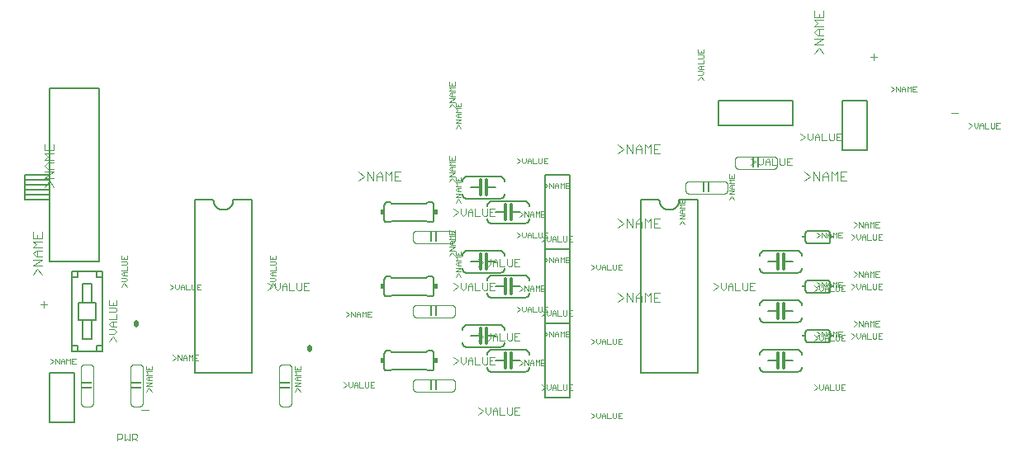
<source format=gto>
G75*
%MOIN*%
%OFA0B0*%
%FSLAX25Y25*%
%IPPOS*%
%LPD*%
%AMOC8*
5,1,8,0,0,1.08239X$1,22.5*
%
%ADD10C,0.00600*%
%ADD11C,0.01200*%
%ADD12C,0.00200*%
%ADD13C,0.00400*%
%ADD14C,0.00300*%
%ADD15R,0.01000X0.04000*%
%ADD16R,0.04000X0.01000*%
%ADD17C,0.00500*%
%ADD18C,0.02000*%
%ADD19R,0.01500X0.01000*%
%ADD20R,0.01500X0.02000*%
D10*
X0087419Y0032987D02*
X0110419Y0032987D01*
X0110419Y0102987D01*
X0102919Y0102987D01*
X0102917Y0102861D01*
X0102911Y0102736D01*
X0102901Y0102611D01*
X0102887Y0102486D01*
X0102870Y0102361D01*
X0102848Y0102237D01*
X0102823Y0102114D01*
X0102793Y0101992D01*
X0102760Y0101871D01*
X0102723Y0101751D01*
X0102683Y0101632D01*
X0102638Y0101515D01*
X0102590Y0101398D01*
X0102538Y0101284D01*
X0102483Y0101171D01*
X0102424Y0101060D01*
X0102362Y0100951D01*
X0102296Y0100844D01*
X0102227Y0100739D01*
X0102155Y0100636D01*
X0102080Y0100535D01*
X0102001Y0100437D01*
X0101919Y0100342D01*
X0101835Y0100249D01*
X0101747Y0100159D01*
X0101657Y0100071D01*
X0101564Y0099987D01*
X0101469Y0099905D01*
X0101371Y0099826D01*
X0101270Y0099751D01*
X0101167Y0099679D01*
X0101062Y0099610D01*
X0100955Y0099544D01*
X0100846Y0099482D01*
X0100735Y0099423D01*
X0100622Y0099368D01*
X0100508Y0099316D01*
X0100391Y0099268D01*
X0100274Y0099223D01*
X0100155Y0099183D01*
X0100035Y0099146D01*
X0099914Y0099113D01*
X0099792Y0099083D01*
X0099669Y0099058D01*
X0099545Y0099036D01*
X0099420Y0099019D01*
X0099295Y0099005D01*
X0099170Y0098995D01*
X0099045Y0098989D01*
X0098919Y0098987D01*
X0098793Y0098989D01*
X0098668Y0098995D01*
X0098543Y0099005D01*
X0098418Y0099019D01*
X0098293Y0099036D01*
X0098169Y0099058D01*
X0098046Y0099083D01*
X0097924Y0099113D01*
X0097803Y0099146D01*
X0097683Y0099183D01*
X0097564Y0099223D01*
X0097447Y0099268D01*
X0097330Y0099316D01*
X0097216Y0099368D01*
X0097103Y0099423D01*
X0096992Y0099482D01*
X0096883Y0099544D01*
X0096776Y0099610D01*
X0096671Y0099679D01*
X0096568Y0099751D01*
X0096467Y0099826D01*
X0096369Y0099905D01*
X0096274Y0099987D01*
X0096181Y0100071D01*
X0096091Y0100159D01*
X0096003Y0100249D01*
X0095919Y0100342D01*
X0095837Y0100437D01*
X0095758Y0100535D01*
X0095683Y0100636D01*
X0095611Y0100739D01*
X0095542Y0100844D01*
X0095476Y0100951D01*
X0095414Y0101060D01*
X0095355Y0101171D01*
X0095300Y0101284D01*
X0095248Y0101398D01*
X0095200Y0101515D01*
X0095155Y0101632D01*
X0095115Y0101751D01*
X0095078Y0101871D01*
X0095045Y0101992D01*
X0095015Y0102114D01*
X0094990Y0102237D01*
X0094968Y0102361D01*
X0094951Y0102486D01*
X0094937Y0102611D01*
X0094927Y0102736D01*
X0094921Y0102861D01*
X0094919Y0102987D01*
X0087419Y0102987D01*
X0087419Y0032987D01*
X0163919Y0034987D02*
X0163919Y0040987D01*
X0163921Y0041047D01*
X0163926Y0041108D01*
X0163935Y0041167D01*
X0163948Y0041226D01*
X0163964Y0041285D01*
X0163984Y0041342D01*
X0164007Y0041397D01*
X0164034Y0041452D01*
X0164063Y0041504D01*
X0164096Y0041555D01*
X0164132Y0041604D01*
X0164170Y0041650D01*
X0164212Y0041694D01*
X0164256Y0041736D01*
X0164302Y0041774D01*
X0164351Y0041810D01*
X0164402Y0041843D01*
X0164454Y0041872D01*
X0164509Y0041899D01*
X0164564Y0041922D01*
X0164621Y0041942D01*
X0164680Y0041958D01*
X0164739Y0041971D01*
X0164798Y0041980D01*
X0164859Y0041985D01*
X0164919Y0041987D01*
X0166419Y0041987D01*
X0166919Y0041487D01*
X0180919Y0041487D01*
X0181419Y0041987D01*
X0182919Y0041987D01*
X0182979Y0041985D01*
X0183040Y0041980D01*
X0183099Y0041971D01*
X0183158Y0041958D01*
X0183217Y0041942D01*
X0183274Y0041922D01*
X0183329Y0041899D01*
X0183384Y0041872D01*
X0183436Y0041843D01*
X0183487Y0041810D01*
X0183536Y0041774D01*
X0183582Y0041736D01*
X0183626Y0041694D01*
X0183668Y0041650D01*
X0183706Y0041604D01*
X0183742Y0041555D01*
X0183775Y0041504D01*
X0183804Y0041452D01*
X0183831Y0041397D01*
X0183854Y0041342D01*
X0183874Y0041285D01*
X0183890Y0041226D01*
X0183903Y0041167D01*
X0183912Y0041108D01*
X0183917Y0041047D01*
X0183919Y0040987D01*
X0183919Y0034987D01*
X0183917Y0034927D01*
X0183912Y0034866D01*
X0183903Y0034807D01*
X0183890Y0034748D01*
X0183874Y0034689D01*
X0183854Y0034632D01*
X0183831Y0034577D01*
X0183804Y0034522D01*
X0183775Y0034470D01*
X0183742Y0034419D01*
X0183706Y0034370D01*
X0183668Y0034324D01*
X0183626Y0034280D01*
X0183582Y0034238D01*
X0183536Y0034200D01*
X0183487Y0034164D01*
X0183436Y0034131D01*
X0183384Y0034102D01*
X0183329Y0034075D01*
X0183274Y0034052D01*
X0183217Y0034032D01*
X0183158Y0034016D01*
X0183099Y0034003D01*
X0183040Y0033994D01*
X0182979Y0033989D01*
X0182919Y0033987D01*
X0181419Y0033987D01*
X0180919Y0034487D01*
X0166919Y0034487D01*
X0166419Y0033987D01*
X0164919Y0033987D01*
X0164859Y0033989D01*
X0164798Y0033994D01*
X0164739Y0034003D01*
X0164680Y0034016D01*
X0164621Y0034032D01*
X0164564Y0034052D01*
X0164509Y0034075D01*
X0164454Y0034102D01*
X0164402Y0034131D01*
X0164351Y0034164D01*
X0164302Y0034200D01*
X0164256Y0034238D01*
X0164212Y0034280D01*
X0164170Y0034324D01*
X0164132Y0034370D01*
X0164096Y0034419D01*
X0164063Y0034470D01*
X0164034Y0034522D01*
X0164007Y0034577D01*
X0163984Y0034632D01*
X0163964Y0034689D01*
X0163948Y0034748D01*
X0163935Y0034807D01*
X0163926Y0034866D01*
X0163921Y0034927D01*
X0163919Y0034987D01*
X0163921Y0034927D01*
X0163926Y0034866D01*
X0163935Y0034807D01*
X0163948Y0034748D01*
X0163964Y0034689D01*
X0163984Y0034632D01*
X0164007Y0034577D01*
X0164034Y0034522D01*
X0164063Y0034470D01*
X0164096Y0034419D01*
X0164132Y0034370D01*
X0164170Y0034324D01*
X0164212Y0034280D01*
X0164256Y0034238D01*
X0164302Y0034200D01*
X0164351Y0034164D01*
X0164402Y0034131D01*
X0164454Y0034102D01*
X0164509Y0034075D01*
X0164564Y0034052D01*
X0164621Y0034032D01*
X0164680Y0034016D01*
X0164739Y0034003D01*
X0164798Y0033994D01*
X0164859Y0033989D01*
X0164919Y0033987D01*
X0163919Y0040987D02*
X0163921Y0041047D01*
X0163926Y0041108D01*
X0163935Y0041167D01*
X0163948Y0041226D01*
X0163964Y0041285D01*
X0163984Y0041342D01*
X0164007Y0041397D01*
X0164034Y0041452D01*
X0164063Y0041504D01*
X0164096Y0041555D01*
X0164132Y0041604D01*
X0164170Y0041650D01*
X0164212Y0041694D01*
X0164256Y0041736D01*
X0164302Y0041774D01*
X0164351Y0041810D01*
X0164402Y0041843D01*
X0164454Y0041872D01*
X0164509Y0041899D01*
X0164564Y0041922D01*
X0164621Y0041942D01*
X0164680Y0041958D01*
X0164739Y0041971D01*
X0164798Y0041980D01*
X0164859Y0041985D01*
X0164919Y0041987D01*
X0182919Y0041987D02*
X0182979Y0041985D01*
X0183040Y0041980D01*
X0183099Y0041971D01*
X0183158Y0041958D01*
X0183217Y0041942D01*
X0183274Y0041922D01*
X0183329Y0041899D01*
X0183384Y0041872D01*
X0183436Y0041843D01*
X0183487Y0041810D01*
X0183536Y0041774D01*
X0183582Y0041736D01*
X0183626Y0041694D01*
X0183668Y0041650D01*
X0183706Y0041604D01*
X0183742Y0041555D01*
X0183775Y0041504D01*
X0183804Y0041452D01*
X0183831Y0041397D01*
X0183854Y0041342D01*
X0183874Y0041285D01*
X0183890Y0041226D01*
X0183903Y0041167D01*
X0183912Y0041108D01*
X0183917Y0041047D01*
X0183919Y0040987D01*
X0197419Y0043487D02*
X0210419Y0043487D01*
X0210506Y0043489D01*
X0210593Y0043495D01*
X0210680Y0043504D01*
X0210766Y0043517D01*
X0210852Y0043534D01*
X0210937Y0043555D01*
X0211020Y0043580D01*
X0211103Y0043608D01*
X0211184Y0043639D01*
X0211264Y0043674D01*
X0211342Y0043713D01*
X0211419Y0043755D01*
X0211494Y0043800D01*
X0211566Y0043849D01*
X0211637Y0043900D01*
X0211705Y0043955D01*
X0211770Y0044012D01*
X0211833Y0044073D01*
X0211894Y0044136D01*
X0211951Y0044201D01*
X0212006Y0044269D01*
X0212057Y0044340D01*
X0212106Y0044412D01*
X0212151Y0044487D01*
X0212193Y0044564D01*
X0212232Y0044642D01*
X0212267Y0044722D01*
X0212298Y0044803D01*
X0212326Y0044886D01*
X0212351Y0044969D01*
X0212372Y0045054D01*
X0212389Y0045140D01*
X0212402Y0045226D01*
X0212411Y0045313D01*
X0212417Y0045400D01*
X0212419Y0045487D01*
X0208919Y0047987D02*
X0205119Y0047987D01*
X0202619Y0047987D02*
X0198919Y0047987D01*
X0195419Y0045487D02*
X0195421Y0045400D01*
X0195427Y0045313D01*
X0195436Y0045226D01*
X0195449Y0045140D01*
X0195466Y0045054D01*
X0195487Y0044969D01*
X0195512Y0044886D01*
X0195540Y0044803D01*
X0195571Y0044722D01*
X0195606Y0044642D01*
X0195645Y0044564D01*
X0195687Y0044487D01*
X0195732Y0044412D01*
X0195781Y0044340D01*
X0195832Y0044269D01*
X0195887Y0044201D01*
X0195944Y0044136D01*
X0196005Y0044073D01*
X0196068Y0044012D01*
X0196133Y0043955D01*
X0196201Y0043900D01*
X0196272Y0043849D01*
X0196344Y0043800D01*
X0196419Y0043755D01*
X0196496Y0043713D01*
X0196574Y0043674D01*
X0196654Y0043639D01*
X0196735Y0043608D01*
X0196818Y0043580D01*
X0196901Y0043555D01*
X0196986Y0043534D01*
X0197072Y0043517D01*
X0197158Y0043504D01*
X0197245Y0043495D01*
X0197332Y0043489D01*
X0197419Y0043487D01*
X0207419Y0042487D02*
X0220419Y0042487D01*
X0220506Y0042485D01*
X0220593Y0042479D01*
X0220680Y0042470D01*
X0220766Y0042457D01*
X0220852Y0042440D01*
X0220937Y0042419D01*
X0221020Y0042394D01*
X0221103Y0042366D01*
X0221184Y0042335D01*
X0221264Y0042300D01*
X0221342Y0042261D01*
X0221419Y0042219D01*
X0221494Y0042174D01*
X0221566Y0042125D01*
X0221637Y0042074D01*
X0221705Y0042019D01*
X0221770Y0041962D01*
X0221833Y0041901D01*
X0221894Y0041838D01*
X0221951Y0041773D01*
X0222006Y0041705D01*
X0222057Y0041634D01*
X0222106Y0041562D01*
X0222151Y0041487D01*
X0222193Y0041410D01*
X0222232Y0041332D01*
X0222267Y0041252D01*
X0222298Y0041171D01*
X0222326Y0041088D01*
X0222351Y0041005D01*
X0222372Y0040920D01*
X0222389Y0040834D01*
X0222402Y0040748D01*
X0222411Y0040661D01*
X0222417Y0040574D01*
X0222419Y0040487D01*
X0218919Y0037987D02*
X0215219Y0037987D01*
X0212719Y0037987D02*
X0208919Y0037987D01*
X0205419Y0035487D02*
X0205421Y0035400D01*
X0205427Y0035313D01*
X0205436Y0035226D01*
X0205449Y0035140D01*
X0205466Y0035054D01*
X0205487Y0034969D01*
X0205512Y0034886D01*
X0205540Y0034803D01*
X0205571Y0034722D01*
X0205606Y0034642D01*
X0205645Y0034564D01*
X0205687Y0034487D01*
X0205732Y0034412D01*
X0205781Y0034340D01*
X0205832Y0034269D01*
X0205887Y0034201D01*
X0205944Y0034136D01*
X0206005Y0034073D01*
X0206068Y0034012D01*
X0206133Y0033955D01*
X0206201Y0033900D01*
X0206272Y0033849D01*
X0206344Y0033800D01*
X0206419Y0033755D01*
X0206496Y0033713D01*
X0206574Y0033674D01*
X0206654Y0033639D01*
X0206735Y0033608D01*
X0206818Y0033580D01*
X0206901Y0033555D01*
X0206986Y0033534D01*
X0207072Y0033517D01*
X0207158Y0033504D01*
X0207245Y0033495D01*
X0207332Y0033489D01*
X0207419Y0033487D01*
X0220419Y0033487D01*
X0220506Y0033489D01*
X0220593Y0033495D01*
X0220680Y0033504D01*
X0220766Y0033517D01*
X0220852Y0033534D01*
X0220937Y0033555D01*
X0221020Y0033580D01*
X0221103Y0033608D01*
X0221184Y0033639D01*
X0221264Y0033674D01*
X0221342Y0033713D01*
X0221419Y0033755D01*
X0221494Y0033800D01*
X0221566Y0033849D01*
X0221637Y0033900D01*
X0221705Y0033955D01*
X0221770Y0034012D01*
X0221833Y0034073D01*
X0221894Y0034136D01*
X0221951Y0034201D01*
X0222006Y0034269D01*
X0222057Y0034340D01*
X0222106Y0034412D01*
X0222151Y0034487D01*
X0222193Y0034564D01*
X0222232Y0034642D01*
X0222267Y0034722D01*
X0222298Y0034803D01*
X0222326Y0034886D01*
X0222351Y0034969D01*
X0222372Y0035054D01*
X0222389Y0035140D01*
X0222402Y0035226D01*
X0222411Y0035313D01*
X0222417Y0035400D01*
X0222419Y0035487D01*
X0207419Y0042487D02*
X0207332Y0042485D01*
X0207245Y0042479D01*
X0207158Y0042470D01*
X0207072Y0042457D01*
X0206986Y0042440D01*
X0206901Y0042419D01*
X0206818Y0042394D01*
X0206735Y0042366D01*
X0206654Y0042335D01*
X0206574Y0042300D01*
X0206496Y0042261D01*
X0206419Y0042219D01*
X0206344Y0042174D01*
X0206272Y0042125D01*
X0206201Y0042074D01*
X0206133Y0042019D01*
X0206068Y0041962D01*
X0206005Y0041901D01*
X0205944Y0041838D01*
X0205887Y0041773D01*
X0205832Y0041705D01*
X0205781Y0041634D01*
X0205732Y0041562D01*
X0205687Y0041487D01*
X0205645Y0041410D01*
X0205606Y0041332D01*
X0205571Y0041252D01*
X0205540Y0041171D01*
X0205512Y0041088D01*
X0205487Y0041005D01*
X0205466Y0040920D01*
X0205449Y0040834D01*
X0205436Y0040748D01*
X0205427Y0040661D01*
X0205421Y0040574D01*
X0205419Y0040487D01*
X0212419Y0050487D02*
X0212417Y0050574D01*
X0212411Y0050661D01*
X0212402Y0050748D01*
X0212389Y0050834D01*
X0212372Y0050920D01*
X0212351Y0051005D01*
X0212326Y0051088D01*
X0212298Y0051171D01*
X0212267Y0051252D01*
X0212232Y0051332D01*
X0212193Y0051410D01*
X0212151Y0051487D01*
X0212106Y0051562D01*
X0212057Y0051634D01*
X0212006Y0051705D01*
X0211951Y0051773D01*
X0211894Y0051838D01*
X0211833Y0051901D01*
X0211770Y0051962D01*
X0211705Y0052019D01*
X0211637Y0052074D01*
X0211566Y0052125D01*
X0211494Y0052174D01*
X0211419Y0052219D01*
X0211342Y0052261D01*
X0211264Y0052300D01*
X0211184Y0052335D01*
X0211103Y0052366D01*
X0211020Y0052394D01*
X0210937Y0052419D01*
X0210852Y0052440D01*
X0210766Y0052457D01*
X0210680Y0052470D01*
X0210593Y0052479D01*
X0210506Y0052485D01*
X0210419Y0052487D01*
X0197419Y0052487D01*
X0197332Y0052485D01*
X0197245Y0052479D01*
X0197158Y0052470D01*
X0197072Y0052457D01*
X0196986Y0052440D01*
X0196901Y0052419D01*
X0196818Y0052394D01*
X0196735Y0052366D01*
X0196654Y0052335D01*
X0196574Y0052300D01*
X0196496Y0052261D01*
X0196419Y0052219D01*
X0196344Y0052174D01*
X0196272Y0052125D01*
X0196201Y0052074D01*
X0196133Y0052019D01*
X0196068Y0051962D01*
X0196005Y0051901D01*
X0195944Y0051838D01*
X0195887Y0051773D01*
X0195832Y0051705D01*
X0195781Y0051634D01*
X0195732Y0051562D01*
X0195687Y0051487D01*
X0195645Y0051410D01*
X0195606Y0051332D01*
X0195571Y0051252D01*
X0195540Y0051171D01*
X0195512Y0051088D01*
X0195487Y0051005D01*
X0195466Y0050920D01*
X0195449Y0050834D01*
X0195436Y0050748D01*
X0195427Y0050661D01*
X0195421Y0050574D01*
X0195419Y0050487D01*
X0207419Y0063487D02*
X0220419Y0063487D01*
X0220506Y0063489D01*
X0220593Y0063495D01*
X0220680Y0063504D01*
X0220766Y0063517D01*
X0220852Y0063534D01*
X0220937Y0063555D01*
X0221020Y0063580D01*
X0221103Y0063608D01*
X0221184Y0063639D01*
X0221264Y0063674D01*
X0221342Y0063713D01*
X0221419Y0063755D01*
X0221494Y0063800D01*
X0221566Y0063849D01*
X0221637Y0063900D01*
X0221705Y0063955D01*
X0221770Y0064012D01*
X0221833Y0064073D01*
X0221894Y0064136D01*
X0221951Y0064201D01*
X0222006Y0064269D01*
X0222057Y0064340D01*
X0222106Y0064412D01*
X0222151Y0064487D01*
X0222193Y0064564D01*
X0222232Y0064642D01*
X0222267Y0064722D01*
X0222298Y0064803D01*
X0222326Y0064886D01*
X0222351Y0064969D01*
X0222372Y0065054D01*
X0222389Y0065140D01*
X0222402Y0065226D01*
X0222411Y0065313D01*
X0222417Y0065400D01*
X0222419Y0065487D01*
X0218919Y0067987D02*
X0215219Y0067987D01*
X0212719Y0067987D02*
X0208919Y0067987D01*
X0205419Y0065487D02*
X0205421Y0065400D01*
X0205427Y0065313D01*
X0205436Y0065226D01*
X0205449Y0065140D01*
X0205466Y0065054D01*
X0205487Y0064969D01*
X0205512Y0064886D01*
X0205540Y0064803D01*
X0205571Y0064722D01*
X0205606Y0064642D01*
X0205645Y0064564D01*
X0205687Y0064487D01*
X0205732Y0064412D01*
X0205781Y0064340D01*
X0205832Y0064269D01*
X0205887Y0064201D01*
X0205944Y0064136D01*
X0206005Y0064073D01*
X0206068Y0064012D01*
X0206133Y0063955D01*
X0206201Y0063900D01*
X0206272Y0063849D01*
X0206344Y0063800D01*
X0206419Y0063755D01*
X0206496Y0063713D01*
X0206574Y0063674D01*
X0206654Y0063639D01*
X0206735Y0063608D01*
X0206818Y0063580D01*
X0206901Y0063555D01*
X0206986Y0063534D01*
X0207072Y0063517D01*
X0207158Y0063504D01*
X0207245Y0063495D01*
X0207332Y0063489D01*
X0207419Y0063487D01*
X0205419Y0070487D02*
X0205421Y0070574D01*
X0205427Y0070661D01*
X0205436Y0070748D01*
X0205449Y0070834D01*
X0205466Y0070920D01*
X0205487Y0071005D01*
X0205512Y0071088D01*
X0205540Y0071171D01*
X0205571Y0071252D01*
X0205606Y0071332D01*
X0205645Y0071410D01*
X0205687Y0071487D01*
X0205732Y0071562D01*
X0205781Y0071634D01*
X0205832Y0071705D01*
X0205887Y0071773D01*
X0205944Y0071838D01*
X0206005Y0071901D01*
X0206068Y0071962D01*
X0206133Y0072019D01*
X0206201Y0072074D01*
X0206272Y0072125D01*
X0206344Y0072174D01*
X0206419Y0072219D01*
X0206496Y0072261D01*
X0206574Y0072300D01*
X0206654Y0072335D01*
X0206735Y0072366D01*
X0206818Y0072394D01*
X0206901Y0072419D01*
X0206986Y0072440D01*
X0207072Y0072457D01*
X0207158Y0072470D01*
X0207245Y0072479D01*
X0207332Y0072485D01*
X0207419Y0072487D01*
X0220419Y0072487D01*
X0220506Y0072485D01*
X0220593Y0072479D01*
X0220680Y0072470D01*
X0220766Y0072457D01*
X0220852Y0072440D01*
X0220937Y0072419D01*
X0221020Y0072394D01*
X0221103Y0072366D01*
X0221184Y0072335D01*
X0221264Y0072300D01*
X0221342Y0072261D01*
X0221419Y0072219D01*
X0221494Y0072174D01*
X0221566Y0072125D01*
X0221637Y0072074D01*
X0221705Y0072019D01*
X0221770Y0071962D01*
X0221833Y0071901D01*
X0221894Y0071838D01*
X0221951Y0071773D01*
X0222006Y0071705D01*
X0222057Y0071634D01*
X0222106Y0071562D01*
X0222151Y0071487D01*
X0222193Y0071410D01*
X0222232Y0071332D01*
X0222267Y0071252D01*
X0222298Y0071171D01*
X0222326Y0071088D01*
X0222351Y0071005D01*
X0222372Y0070920D01*
X0222389Y0070834D01*
X0222402Y0070748D01*
X0222411Y0070661D01*
X0222417Y0070574D01*
X0222419Y0070487D01*
X0210419Y0073487D02*
X0197419Y0073487D01*
X0197332Y0073489D01*
X0197245Y0073495D01*
X0197158Y0073504D01*
X0197072Y0073517D01*
X0196986Y0073534D01*
X0196901Y0073555D01*
X0196818Y0073580D01*
X0196735Y0073608D01*
X0196654Y0073639D01*
X0196574Y0073674D01*
X0196496Y0073713D01*
X0196419Y0073755D01*
X0196344Y0073800D01*
X0196272Y0073849D01*
X0196201Y0073900D01*
X0196133Y0073955D01*
X0196068Y0074012D01*
X0196005Y0074073D01*
X0195944Y0074136D01*
X0195887Y0074201D01*
X0195832Y0074269D01*
X0195781Y0074340D01*
X0195732Y0074412D01*
X0195687Y0074487D01*
X0195645Y0074564D01*
X0195606Y0074642D01*
X0195571Y0074722D01*
X0195540Y0074803D01*
X0195512Y0074886D01*
X0195487Y0074969D01*
X0195466Y0075054D01*
X0195449Y0075140D01*
X0195436Y0075226D01*
X0195427Y0075313D01*
X0195421Y0075400D01*
X0195419Y0075487D01*
X0198919Y0077987D02*
X0202619Y0077987D01*
X0205119Y0077987D02*
X0208919Y0077987D01*
X0212419Y0075487D02*
X0212417Y0075400D01*
X0212411Y0075313D01*
X0212402Y0075226D01*
X0212389Y0075140D01*
X0212372Y0075054D01*
X0212351Y0074969D01*
X0212326Y0074886D01*
X0212298Y0074803D01*
X0212267Y0074722D01*
X0212232Y0074642D01*
X0212193Y0074564D01*
X0212151Y0074487D01*
X0212106Y0074412D01*
X0212057Y0074340D01*
X0212006Y0074269D01*
X0211951Y0074201D01*
X0211894Y0074136D01*
X0211833Y0074073D01*
X0211770Y0074012D01*
X0211705Y0073955D01*
X0211637Y0073900D01*
X0211566Y0073849D01*
X0211494Y0073800D01*
X0211419Y0073755D01*
X0211342Y0073713D01*
X0211264Y0073674D01*
X0211184Y0073639D01*
X0211103Y0073608D01*
X0211020Y0073580D01*
X0210937Y0073555D01*
X0210852Y0073534D01*
X0210766Y0073517D01*
X0210680Y0073504D01*
X0210593Y0073495D01*
X0210506Y0073489D01*
X0210419Y0073487D01*
X0212419Y0080487D02*
X0212417Y0080574D01*
X0212411Y0080661D01*
X0212402Y0080748D01*
X0212389Y0080834D01*
X0212372Y0080920D01*
X0212351Y0081005D01*
X0212326Y0081088D01*
X0212298Y0081171D01*
X0212267Y0081252D01*
X0212232Y0081332D01*
X0212193Y0081410D01*
X0212151Y0081487D01*
X0212106Y0081562D01*
X0212057Y0081634D01*
X0212006Y0081705D01*
X0211951Y0081773D01*
X0211894Y0081838D01*
X0211833Y0081901D01*
X0211770Y0081962D01*
X0211705Y0082019D01*
X0211637Y0082074D01*
X0211566Y0082125D01*
X0211494Y0082174D01*
X0211419Y0082219D01*
X0211342Y0082261D01*
X0211264Y0082300D01*
X0211184Y0082335D01*
X0211103Y0082366D01*
X0211020Y0082394D01*
X0210937Y0082419D01*
X0210852Y0082440D01*
X0210766Y0082457D01*
X0210680Y0082470D01*
X0210593Y0082479D01*
X0210506Y0082485D01*
X0210419Y0082487D01*
X0197419Y0082487D01*
X0197332Y0082485D01*
X0197245Y0082479D01*
X0197158Y0082470D01*
X0197072Y0082457D01*
X0196986Y0082440D01*
X0196901Y0082419D01*
X0196818Y0082394D01*
X0196735Y0082366D01*
X0196654Y0082335D01*
X0196574Y0082300D01*
X0196496Y0082261D01*
X0196419Y0082219D01*
X0196344Y0082174D01*
X0196272Y0082125D01*
X0196201Y0082074D01*
X0196133Y0082019D01*
X0196068Y0081962D01*
X0196005Y0081901D01*
X0195944Y0081838D01*
X0195887Y0081773D01*
X0195832Y0081705D01*
X0195781Y0081634D01*
X0195732Y0081562D01*
X0195687Y0081487D01*
X0195645Y0081410D01*
X0195606Y0081332D01*
X0195571Y0081252D01*
X0195540Y0081171D01*
X0195512Y0081088D01*
X0195487Y0081005D01*
X0195466Y0080920D01*
X0195449Y0080834D01*
X0195436Y0080748D01*
X0195427Y0080661D01*
X0195421Y0080574D01*
X0195419Y0080487D01*
X0182919Y0071987D02*
X0181419Y0071987D01*
X0180919Y0071487D01*
X0166919Y0071487D01*
X0166419Y0071987D01*
X0164919Y0071987D01*
X0164859Y0071985D01*
X0164798Y0071980D01*
X0164739Y0071971D01*
X0164680Y0071958D01*
X0164621Y0071942D01*
X0164564Y0071922D01*
X0164509Y0071899D01*
X0164454Y0071872D01*
X0164402Y0071843D01*
X0164351Y0071810D01*
X0164302Y0071774D01*
X0164256Y0071736D01*
X0164212Y0071694D01*
X0164170Y0071650D01*
X0164132Y0071604D01*
X0164096Y0071555D01*
X0164063Y0071504D01*
X0164034Y0071452D01*
X0164007Y0071397D01*
X0163984Y0071342D01*
X0163964Y0071285D01*
X0163948Y0071226D01*
X0163935Y0071167D01*
X0163926Y0071108D01*
X0163921Y0071047D01*
X0163919Y0070987D01*
X0163919Y0064987D01*
X0163921Y0064927D01*
X0163926Y0064866D01*
X0163935Y0064807D01*
X0163948Y0064748D01*
X0163964Y0064689D01*
X0163984Y0064632D01*
X0164007Y0064577D01*
X0164034Y0064522D01*
X0164063Y0064470D01*
X0164096Y0064419D01*
X0164132Y0064370D01*
X0164170Y0064324D01*
X0164212Y0064280D01*
X0164256Y0064238D01*
X0164302Y0064200D01*
X0164351Y0064164D01*
X0164402Y0064131D01*
X0164454Y0064102D01*
X0164509Y0064075D01*
X0164564Y0064052D01*
X0164621Y0064032D01*
X0164680Y0064016D01*
X0164739Y0064003D01*
X0164798Y0063994D01*
X0164859Y0063989D01*
X0164919Y0063987D01*
X0166419Y0063987D01*
X0166919Y0064487D01*
X0180919Y0064487D01*
X0181419Y0063987D01*
X0182919Y0063987D01*
X0182979Y0063989D01*
X0183040Y0063994D01*
X0183099Y0064003D01*
X0183158Y0064016D01*
X0183217Y0064032D01*
X0183274Y0064052D01*
X0183329Y0064075D01*
X0183384Y0064102D01*
X0183436Y0064131D01*
X0183487Y0064164D01*
X0183536Y0064200D01*
X0183582Y0064238D01*
X0183626Y0064280D01*
X0183668Y0064324D01*
X0183706Y0064370D01*
X0183742Y0064419D01*
X0183775Y0064470D01*
X0183804Y0064522D01*
X0183831Y0064577D01*
X0183854Y0064632D01*
X0183874Y0064689D01*
X0183890Y0064748D01*
X0183903Y0064807D01*
X0183912Y0064866D01*
X0183917Y0064927D01*
X0183919Y0064987D01*
X0183919Y0070987D01*
X0183917Y0071047D01*
X0183912Y0071108D01*
X0183903Y0071167D01*
X0183890Y0071226D01*
X0183874Y0071285D01*
X0183854Y0071342D01*
X0183831Y0071397D01*
X0183804Y0071452D01*
X0183775Y0071504D01*
X0183742Y0071555D01*
X0183706Y0071604D01*
X0183668Y0071650D01*
X0183626Y0071694D01*
X0183582Y0071736D01*
X0183536Y0071774D01*
X0183487Y0071810D01*
X0183436Y0071843D01*
X0183384Y0071872D01*
X0183329Y0071899D01*
X0183274Y0071922D01*
X0183217Y0071942D01*
X0183158Y0071958D01*
X0183099Y0071971D01*
X0183040Y0071980D01*
X0182979Y0071985D01*
X0182919Y0071987D01*
X0182979Y0071985D01*
X0183040Y0071980D01*
X0183099Y0071971D01*
X0183158Y0071958D01*
X0183217Y0071942D01*
X0183274Y0071922D01*
X0183329Y0071899D01*
X0183384Y0071872D01*
X0183436Y0071843D01*
X0183487Y0071810D01*
X0183536Y0071774D01*
X0183582Y0071736D01*
X0183626Y0071694D01*
X0183668Y0071650D01*
X0183706Y0071604D01*
X0183742Y0071555D01*
X0183775Y0071504D01*
X0183804Y0071452D01*
X0183831Y0071397D01*
X0183854Y0071342D01*
X0183874Y0071285D01*
X0183890Y0071226D01*
X0183903Y0071167D01*
X0183912Y0071108D01*
X0183917Y0071047D01*
X0183919Y0070987D01*
X0183919Y0064987D02*
X0183917Y0064927D01*
X0183912Y0064866D01*
X0183903Y0064807D01*
X0183890Y0064748D01*
X0183874Y0064689D01*
X0183854Y0064632D01*
X0183831Y0064577D01*
X0183804Y0064522D01*
X0183775Y0064470D01*
X0183742Y0064419D01*
X0183706Y0064370D01*
X0183668Y0064324D01*
X0183626Y0064280D01*
X0183582Y0064238D01*
X0183536Y0064200D01*
X0183487Y0064164D01*
X0183436Y0064131D01*
X0183384Y0064102D01*
X0183329Y0064075D01*
X0183274Y0064052D01*
X0183217Y0064032D01*
X0183158Y0064016D01*
X0183099Y0064003D01*
X0183040Y0063994D01*
X0182979Y0063989D01*
X0182919Y0063987D01*
X0164919Y0063987D02*
X0164859Y0063989D01*
X0164798Y0063994D01*
X0164739Y0064003D01*
X0164680Y0064016D01*
X0164621Y0064032D01*
X0164564Y0064052D01*
X0164509Y0064075D01*
X0164454Y0064102D01*
X0164402Y0064131D01*
X0164351Y0064164D01*
X0164302Y0064200D01*
X0164256Y0064238D01*
X0164212Y0064280D01*
X0164170Y0064324D01*
X0164132Y0064370D01*
X0164096Y0064419D01*
X0164063Y0064470D01*
X0164034Y0064522D01*
X0164007Y0064577D01*
X0163984Y0064632D01*
X0163964Y0064689D01*
X0163948Y0064748D01*
X0163935Y0064807D01*
X0163926Y0064866D01*
X0163921Y0064927D01*
X0163919Y0064987D01*
X0163919Y0070987D02*
X0163921Y0071047D01*
X0163926Y0071108D01*
X0163935Y0071167D01*
X0163948Y0071226D01*
X0163964Y0071285D01*
X0163984Y0071342D01*
X0164007Y0071397D01*
X0164034Y0071452D01*
X0164063Y0071504D01*
X0164096Y0071555D01*
X0164132Y0071604D01*
X0164170Y0071650D01*
X0164212Y0071694D01*
X0164256Y0071736D01*
X0164302Y0071774D01*
X0164351Y0071810D01*
X0164402Y0071843D01*
X0164454Y0071872D01*
X0164509Y0071899D01*
X0164564Y0071922D01*
X0164621Y0071942D01*
X0164680Y0071958D01*
X0164739Y0071971D01*
X0164798Y0071980D01*
X0164859Y0071985D01*
X0164919Y0071987D01*
X0164919Y0093987D02*
X0166419Y0093987D01*
X0166919Y0094487D01*
X0180919Y0094487D01*
X0181419Y0093987D01*
X0182919Y0093987D01*
X0182979Y0093989D01*
X0183040Y0093994D01*
X0183099Y0094003D01*
X0183158Y0094016D01*
X0183217Y0094032D01*
X0183274Y0094052D01*
X0183329Y0094075D01*
X0183384Y0094102D01*
X0183436Y0094131D01*
X0183487Y0094164D01*
X0183536Y0094200D01*
X0183582Y0094238D01*
X0183626Y0094280D01*
X0183668Y0094324D01*
X0183706Y0094370D01*
X0183742Y0094419D01*
X0183775Y0094470D01*
X0183804Y0094522D01*
X0183831Y0094577D01*
X0183854Y0094632D01*
X0183874Y0094689D01*
X0183890Y0094748D01*
X0183903Y0094807D01*
X0183912Y0094866D01*
X0183917Y0094927D01*
X0183919Y0094987D01*
X0183919Y0100987D01*
X0183917Y0101047D01*
X0183912Y0101108D01*
X0183903Y0101167D01*
X0183890Y0101226D01*
X0183874Y0101285D01*
X0183854Y0101342D01*
X0183831Y0101397D01*
X0183804Y0101452D01*
X0183775Y0101504D01*
X0183742Y0101555D01*
X0183706Y0101604D01*
X0183668Y0101650D01*
X0183626Y0101694D01*
X0183582Y0101736D01*
X0183536Y0101774D01*
X0183487Y0101810D01*
X0183436Y0101843D01*
X0183384Y0101872D01*
X0183329Y0101899D01*
X0183274Y0101922D01*
X0183217Y0101942D01*
X0183158Y0101958D01*
X0183099Y0101971D01*
X0183040Y0101980D01*
X0182979Y0101985D01*
X0182919Y0101987D01*
X0181419Y0101987D01*
X0180919Y0101487D01*
X0166919Y0101487D01*
X0166419Y0101987D01*
X0164919Y0101987D01*
X0164859Y0101985D01*
X0164798Y0101980D01*
X0164739Y0101971D01*
X0164680Y0101958D01*
X0164621Y0101942D01*
X0164564Y0101922D01*
X0164509Y0101899D01*
X0164454Y0101872D01*
X0164402Y0101843D01*
X0164351Y0101810D01*
X0164302Y0101774D01*
X0164256Y0101736D01*
X0164212Y0101694D01*
X0164170Y0101650D01*
X0164132Y0101604D01*
X0164096Y0101555D01*
X0164063Y0101504D01*
X0164034Y0101452D01*
X0164007Y0101397D01*
X0163984Y0101342D01*
X0163964Y0101285D01*
X0163948Y0101226D01*
X0163935Y0101167D01*
X0163926Y0101108D01*
X0163921Y0101047D01*
X0163919Y0100987D01*
X0163919Y0094987D01*
X0163921Y0094927D01*
X0163926Y0094866D01*
X0163935Y0094807D01*
X0163948Y0094748D01*
X0163964Y0094689D01*
X0163984Y0094632D01*
X0164007Y0094577D01*
X0164034Y0094522D01*
X0164063Y0094470D01*
X0164096Y0094419D01*
X0164132Y0094370D01*
X0164170Y0094324D01*
X0164212Y0094280D01*
X0164256Y0094238D01*
X0164302Y0094200D01*
X0164351Y0094164D01*
X0164402Y0094131D01*
X0164454Y0094102D01*
X0164509Y0094075D01*
X0164564Y0094052D01*
X0164621Y0094032D01*
X0164680Y0094016D01*
X0164739Y0094003D01*
X0164798Y0093994D01*
X0164859Y0093989D01*
X0164919Y0093987D01*
X0164859Y0093989D01*
X0164798Y0093994D01*
X0164739Y0094003D01*
X0164680Y0094016D01*
X0164621Y0094032D01*
X0164564Y0094052D01*
X0164509Y0094075D01*
X0164454Y0094102D01*
X0164402Y0094131D01*
X0164351Y0094164D01*
X0164302Y0094200D01*
X0164256Y0094238D01*
X0164212Y0094280D01*
X0164170Y0094324D01*
X0164132Y0094370D01*
X0164096Y0094419D01*
X0164063Y0094470D01*
X0164034Y0094522D01*
X0164007Y0094577D01*
X0163984Y0094632D01*
X0163964Y0094689D01*
X0163948Y0094748D01*
X0163935Y0094807D01*
X0163926Y0094866D01*
X0163921Y0094927D01*
X0163919Y0094987D01*
X0163919Y0100987D02*
X0163921Y0101047D01*
X0163926Y0101108D01*
X0163935Y0101167D01*
X0163948Y0101226D01*
X0163964Y0101285D01*
X0163984Y0101342D01*
X0164007Y0101397D01*
X0164034Y0101452D01*
X0164063Y0101504D01*
X0164096Y0101555D01*
X0164132Y0101604D01*
X0164170Y0101650D01*
X0164212Y0101694D01*
X0164256Y0101736D01*
X0164302Y0101774D01*
X0164351Y0101810D01*
X0164402Y0101843D01*
X0164454Y0101872D01*
X0164509Y0101899D01*
X0164564Y0101922D01*
X0164621Y0101942D01*
X0164680Y0101958D01*
X0164739Y0101971D01*
X0164798Y0101980D01*
X0164859Y0101985D01*
X0164919Y0101987D01*
X0182919Y0101987D02*
X0182979Y0101985D01*
X0183040Y0101980D01*
X0183099Y0101971D01*
X0183158Y0101958D01*
X0183217Y0101942D01*
X0183274Y0101922D01*
X0183329Y0101899D01*
X0183384Y0101872D01*
X0183436Y0101843D01*
X0183487Y0101810D01*
X0183536Y0101774D01*
X0183582Y0101736D01*
X0183626Y0101694D01*
X0183668Y0101650D01*
X0183706Y0101604D01*
X0183742Y0101555D01*
X0183775Y0101504D01*
X0183804Y0101452D01*
X0183831Y0101397D01*
X0183854Y0101342D01*
X0183874Y0101285D01*
X0183890Y0101226D01*
X0183903Y0101167D01*
X0183912Y0101108D01*
X0183917Y0101047D01*
X0183919Y0100987D01*
X0197419Y0103487D02*
X0210419Y0103487D01*
X0210506Y0103489D01*
X0210593Y0103495D01*
X0210680Y0103504D01*
X0210766Y0103517D01*
X0210852Y0103534D01*
X0210937Y0103555D01*
X0211020Y0103580D01*
X0211103Y0103608D01*
X0211184Y0103639D01*
X0211264Y0103674D01*
X0211342Y0103713D01*
X0211419Y0103755D01*
X0211494Y0103800D01*
X0211566Y0103849D01*
X0211637Y0103900D01*
X0211705Y0103955D01*
X0211770Y0104012D01*
X0211833Y0104073D01*
X0211894Y0104136D01*
X0211951Y0104201D01*
X0212006Y0104269D01*
X0212057Y0104340D01*
X0212106Y0104412D01*
X0212151Y0104487D01*
X0212193Y0104564D01*
X0212232Y0104642D01*
X0212267Y0104722D01*
X0212298Y0104803D01*
X0212326Y0104886D01*
X0212351Y0104969D01*
X0212372Y0105054D01*
X0212389Y0105140D01*
X0212402Y0105226D01*
X0212411Y0105313D01*
X0212417Y0105400D01*
X0212419Y0105487D01*
X0208919Y0107987D02*
X0205119Y0107987D01*
X0202619Y0107987D02*
X0198919Y0107987D01*
X0195419Y0105487D02*
X0195421Y0105400D01*
X0195427Y0105313D01*
X0195436Y0105226D01*
X0195449Y0105140D01*
X0195466Y0105054D01*
X0195487Y0104969D01*
X0195512Y0104886D01*
X0195540Y0104803D01*
X0195571Y0104722D01*
X0195606Y0104642D01*
X0195645Y0104564D01*
X0195687Y0104487D01*
X0195732Y0104412D01*
X0195781Y0104340D01*
X0195832Y0104269D01*
X0195887Y0104201D01*
X0195944Y0104136D01*
X0196005Y0104073D01*
X0196068Y0104012D01*
X0196133Y0103955D01*
X0196201Y0103900D01*
X0196272Y0103849D01*
X0196344Y0103800D01*
X0196419Y0103755D01*
X0196496Y0103713D01*
X0196574Y0103674D01*
X0196654Y0103639D01*
X0196735Y0103608D01*
X0196818Y0103580D01*
X0196901Y0103555D01*
X0196986Y0103534D01*
X0197072Y0103517D01*
X0197158Y0103504D01*
X0197245Y0103495D01*
X0197332Y0103489D01*
X0197419Y0103487D01*
X0207419Y0102487D02*
X0220419Y0102487D01*
X0220506Y0102485D01*
X0220593Y0102479D01*
X0220680Y0102470D01*
X0220766Y0102457D01*
X0220852Y0102440D01*
X0220937Y0102419D01*
X0221020Y0102394D01*
X0221103Y0102366D01*
X0221184Y0102335D01*
X0221264Y0102300D01*
X0221342Y0102261D01*
X0221419Y0102219D01*
X0221494Y0102174D01*
X0221566Y0102125D01*
X0221637Y0102074D01*
X0221705Y0102019D01*
X0221770Y0101962D01*
X0221833Y0101901D01*
X0221894Y0101838D01*
X0221951Y0101773D01*
X0222006Y0101705D01*
X0222057Y0101634D01*
X0222106Y0101562D01*
X0222151Y0101487D01*
X0222193Y0101410D01*
X0222232Y0101332D01*
X0222267Y0101252D01*
X0222298Y0101171D01*
X0222326Y0101088D01*
X0222351Y0101005D01*
X0222372Y0100920D01*
X0222389Y0100834D01*
X0222402Y0100748D01*
X0222411Y0100661D01*
X0222417Y0100574D01*
X0222419Y0100487D01*
X0218919Y0097987D02*
X0215219Y0097987D01*
X0212719Y0097987D02*
X0208919Y0097987D01*
X0205419Y0095487D02*
X0205421Y0095400D01*
X0205427Y0095313D01*
X0205436Y0095226D01*
X0205449Y0095140D01*
X0205466Y0095054D01*
X0205487Y0094969D01*
X0205512Y0094886D01*
X0205540Y0094803D01*
X0205571Y0094722D01*
X0205606Y0094642D01*
X0205645Y0094564D01*
X0205687Y0094487D01*
X0205732Y0094412D01*
X0205781Y0094340D01*
X0205832Y0094269D01*
X0205887Y0094201D01*
X0205944Y0094136D01*
X0206005Y0094073D01*
X0206068Y0094012D01*
X0206133Y0093955D01*
X0206201Y0093900D01*
X0206272Y0093849D01*
X0206344Y0093800D01*
X0206419Y0093755D01*
X0206496Y0093713D01*
X0206574Y0093674D01*
X0206654Y0093639D01*
X0206735Y0093608D01*
X0206818Y0093580D01*
X0206901Y0093555D01*
X0206986Y0093534D01*
X0207072Y0093517D01*
X0207158Y0093504D01*
X0207245Y0093495D01*
X0207332Y0093489D01*
X0207419Y0093487D01*
X0220419Y0093487D01*
X0220506Y0093489D01*
X0220593Y0093495D01*
X0220680Y0093504D01*
X0220766Y0093517D01*
X0220852Y0093534D01*
X0220937Y0093555D01*
X0221020Y0093580D01*
X0221103Y0093608D01*
X0221184Y0093639D01*
X0221264Y0093674D01*
X0221342Y0093713D01*
X0221419Y0093755D01*
X0221494Y0093800D01*
X0221566Y0093849D01*
X0221637Y0093900D01*
X0221705Y0093955D01*
X0221770Y0094012D01*
X0221833Y0094073D01*
X0221894Y0094136D01*
X0221951Y0094201D01*
X0222006Y0094269D01*
X0222057Y0094340D01*
X0222106Y0094412D01*
X0222151Y0094487D01*
X0222193Y0094564D01*
X0222232Y0094642D01*
X0222267Y0094722D01*
X0222298Y0094803D01*
X0222326Y0094886D01*
X0222351Y0094969D01*
X0222372Y0095054D01*
X0222389Y0095140D01*
X0222402Y0095226D01*
X0222411Y0095313D01*
X0222417Y0095400D01*
X0222419Y0095487D01*
X0207419Y0102487D02*
X0207332Y0102485D01*
X0207245Y0102479D01*
X0207158Y0102470D01*
X0207072Y0102457D01*
X0206986Y0102440D01*
X0206901Y0102419D01*
X0206818Y0102394D01*
X0206735Y0102366D01*
X0206654Y0102335D01*
X0206574Y0102300D01*
X0206496Y0102261D01*
X0206419Y0102219D01*
X0206344Y0102174D01*
X0206272Y0102125D01*
X0206201Y0102074D01*
X0206133Y0102019D01*
X0206068Y0101962D01*
X0206005Y0101901D01*
X0205944Y0101838D01*
X0205887Y0101773D01*
X0205832Y0101705D01*
X0205781Y0101634D01*
X0205732Y0101562D01*
X0205687Y0101487D01*
X0205645Y0101410D01*
X0205606Y0101332D01*
X0205571Y0101252D01*
X0205540Y0101171D01*
X0205512Y0101088D01*
X0205487Y0101005D01*
X0205466Y0100920D01*
X0205449Y0100834D01*
X0205436Y0100748D01*
X0205427Y0100661D01*
X0205421Y0100574D01*
X0205419Y0100487D01*
X0212419Y0110487D02*
X0212417Y0110574D01*
X0212411Y0110661D01*
X0212402Y0110748D01*
X0212389Y0110834D01*
X0212372Y0110920D01*
X0212351Y0111005D01*
X0212326Y0111088D01*
X0212298Y0111171D01*
X0212267Y0111252D01*
X0212232Y0111332D01*
X0212193Y0111410D01*
X0212151Y0111487D01*
X0212106Y0111562D01*
X0212057Y0111634D01*
X0212006Y0111705D01*
X0211951Y0111773D01*
X0211894Y0111838D01*
X0211833Y0111901D01*
X0211770Y0111962D01*
X0211705Y0112019D01*
X0211637Y0112074D01*
X0211566Y0112125D01*
X0211494Y0112174D01*
X0211419Y0112219D01*
X0211342Y0112261D01*
X0211264Y0112300D01*
X0211184Y0112335D01*
X0211103Y0112366D01*
X0211020Y0112394D01*
X0210937Y0112419D01*
X0210852Y0112440D01*
X0210766Y0112457D01*
X0210680Y0112470D01*
X0210593Y0112479D01*
X0210506Y0112485D01*
X0210419Y0112487D01*
X0197419Y0112487D01*
X0197332Y0112485D01*
X0197245Y0112479D01*
X0197158Y0112470D01*
X0197072Y0112457D01*
X0196986Y0112440D01*
X0196901Y0112419D01*
X0196818Y0112394D01*
X0196735Y0112366D01*
X0196654Y0112335D01*
X0196574Y0112300D01*
X0196496Y0112261D01*
X0196419Y0112219D01*
X0196344Y0112174D01*
X0196272Y0112125D01*
X0196201Y0112074D01*
X0196133Y0112019D01*
X0196068Y0111962D01*
X0196005Y0111901D01*
X0195944Y0111838D01*
X0195887Y0111773D01*
X0195832Y0111705D01*
X0195781Y0111634D01*
X0195732Y0111562D01*
X0195687Y0111487D01*
X0195645Y0111410D01*
X0195606Y0111332D01*
X0195571Y0111252D01*
X0195540Y0111171D01*
X0195512Y0111088D01*
X0195487Y0111005D01*
X0195466Y0110920D01*
X0195449Y0110834D01*
X0195436Y0110748D01*
X0195427Y0110661D01*
X0195421Y0110574D01*
X0195419Y0110487D01*
X0183919Y0094987D02*
X0183917Y0094927D01*
X0183912Y0094866D01*
X0183903Y0094807D01*
X0183890Y0094748D01*
X0183874Y0094689D01*
X0183854Y0094632D01*
X0183831Y0094577D01*
X0183804Y0094522D01*
X0183775Y0094470D01*
X0183742Y0094419D01*
X0183706Y0094370D01*
X0183668Y0094324D01*
X0183626Y0094280D01*
X0183582Y0094238D01*
X0183536Y0094200D01*
X0183487Y0094164D01*
X0183436Y0094131D01*
X0183384Y0094102D01*
X0183329Y0094075D01*
X0183274Y0094052D01*
X0183217Y0094032D01*
X0183158Y0094016D01*
X0183099Y0094003D01*
X0183040Y0093994D01*
X0182979Y0093989D01*
X0182919Y0093987D01*
X0267419Y0102987D02*
X0274919Y0102987D01*
X0274921Y0102861D01*
X0274927Y0102736D01*
X0274937Y0102611D01*
X0274951Y0102486D01*
X0274968Y0102361D01*
X0274990Y0102237D01*
X0275015Y0102114D01*
X0275045Y0101992D01*
X0275078Y0101871D01*
X0275115Y0101751D01*
X0275155Y0101632D01*
X0275200Y0101515D01*
X0275248Y0101398D01*
X0275300Y0101284D01*
X0275355Y0101171D01*
X0275414Y0101060D01*
X0275476Y0100951D01*
X0275542Y0100844D01*
X0275611Y0100739D01*
X0275683Y0100636D01*
X0275758Y0100535D01*
X0275837Y0100437D01*
X0275919Y0100342D01*
X0276003Y0100249D01*
X0276091Y0100159D01*
X0276181Y0100071D01*
X0276274Y0099987D01*
X0276369Y0099905D01*
X0276467Y0099826D01*
X0276568Y0099751D01*
X0276671Y0099679D01*
X0276776Y0099610D01*
X0276883Y0099544D01*
X0276992Y0099482D01*
X0277103Y0099423D01*
X0277216Y0099368D01*
X0277330Y0099316D01*
X0277447Y0099268D01*
X0277564Y0099223D01*
X0277683Y0099183D01*
X0277803Y0099146D01*
X0277924Y0099113D01*
X0278046Y0099083D01*
X0278169Y0099058D01*
X0278293Y0099036D01*
X0278418Y0099019D01*
X0278543Y0099005D01*
X0278668Y0098995D01*
X0278793Y0098989D01*
X0278919Y0098987D01*
X0279045Y0098989D01*
X0279170Y0098995D01*
X0279295Y0099005D01*
X0279420Y0099019D01*
X0279545Y0099036D01*
X0279669Y0099058D01*
X0279792Y0099083D01*
X0279914Y0099113D01*
X0280035Y0099146D01*
X0280155Y0099183D01*
X0280274Y0099223D01*
X0280391Y0099268D01*
X0280508Y0099316D01*
X0280622Y0099368D01*
X0280735Y0099423D01*
X0280846Y0099482D01*
X0280955Y0099544D01*
X0281062Y0099610D01*
X0281167Y0099679D01*
X0281270Y0099751D01*
X0281371Y0099826D01*
X0281469Y0099905D01*
X0281564Y0099987D01*
X0281657Y0100071D01*
X0281747Y0100159D01*
X0281835Y0100249D01*
X0281919Y0100342D01*
X0282001Y0100437D01*
X0282080Y0100535D01*
X0282155Y0100636D01*
X0282227Y0100739D01*
X0282296Y0100844D01*
X0282362Y0100951D01*
X0282424Y0101060D01*
X0282483Y0101171D01*
X0282538Y0101284D01*
X0282590Y0101398D01*
X0282638Y0101515D01*
X0282683Y0101632D01*
X0282723Y0101751D01*
X0282760Y0101871D01*
X0282793Y0101992D01*
X0282823Y0102114D01*
X0282848Y0102237D01*
X0282870Y0102361D01*
X0282887Y0102486D01*
X0282901Y0102611D01*
X0282911Y0102736D01*
X0282917Y0102861D01*
X0282919Y0102987D01*
X0290419Y0102987D01*
X0290419Y0032987D01*
X0267419Y0032987D01*
X0267419Y0102987D01*
X0317419Y0082487D02*
X0330419Y0082487D01*
X0330506Y0082485D01*
X0330593Y0082479D01*
X0330680Y0082470D01*
X0330766Y0082457D01*
X0330852Y0082440D01*
X0330937Y0082419D01*
X0331020Y0082394D01*
X0331103Y0082366D01*
X0331184Y0082335D01*
X0331264Y0082300D01*
X0331342Y0082261D01*
X0331419Y0082219D01*
X0331494Y0082174D01*
X0331566Y0082125D01*
X0331637Y0082074D01*
X0331705Y0082019D01*
X0331770Y0081962D01*
X0331833Y0081901D01*
X0331894Y0081838D01*
X0331951Y0081773D01*
X0332006Y0081705D01*
X0332057Y0081634D01*
X0332106Y0081562D01*
X0332151Y0081487D01*
X0332193Y0081410D01*
X0332232Y0081332D01*
X0332267Y0081252D01*
X0332298Y0081171D01*
X0332326Y0081088D01*
X0332351Y0081005D01*
X0332372Y0080920D01*
X0332389Y0080834D01*
X0332402Y0080748D01*
X0332411Y0080661D01*
X0332417Y0080574D01*
X0332419Y0080487D01*
X0328919Y0077987D02*
X0325219Y0077987D01*
X0322719Y0077987D02*
X0318919Y0077987D01*
X0315419Y0075487D02*
X0315421Y0075400D01*
X0315427Y0075313D01*
X0315436Y0075226D01*
X0315449Y0075140D01*
X0315466Y0075054D01*
X0315487Y0074969D01*
X0315512Y0074886D01*
X0315540Y0074803D01*
X0315571Y0074722D01*
X0315606Y0074642D01*
X0315645Y0074564D01*
X0315687Y0074487D01*
X0315732Y0074412D01*
X0315781Y0074340D01*
X0315832Y0074269D01*
X0315887Y0074201D01*
X0315944Y0074136D01*
X0316005Y0074073D01*
X0316068Y0074012D01*
X0316133Y0073955D01*
X0316201Y0073900D01*
X0316272Y0073849D01*
X0316344Y0073800D01*
X0316419Y0073755D01*
X0316496Y0073713D01*
X0316574Y0073674D01*
X0316654Y0073639D01*
X0316735Y0073608D01*
X0316818Y0073580D01*
X0316901Y0073555D01*
X0316986Y0073534D01*
X0317072Y0073517D01*
X0317158Y0073504D01*
X0317245Y0073495D01*
X0317332Y0073489D01*
X0317419Y0073487D01*
X0330419Y0073487D01*
X0330506Y0073489D01*
X0330593Y0073495D01*
X0330680Y0073504D01*
X0330766Y0073517D01*
X0330852Y0073534D01*
X0330937Y0073555D01*
X0331020Y0073580D01*
X0331103Y0073608D01*
X0331184Y0073639D01*
X0331264Y0073674D01*
X0331342Y0073713D01*
X0331419Y0073755D01*
X0331494Y0073800D01*
X0331566Y0073849D01*
X0331637Y0073900D01*
X0331705Y0073955D01*
X0331770Y0074012D01*
X0331833Y0074073D01*
X0331894Y0074136D01*
X0331951Y0074201D01*
X0332006Y0074269D01*
X0332057Y0074340D01*
X0332106Y0074412D01*
X0332151Y0074487D01*
X0332193Y0074564D01*
X0332232Y0074642D01*
X0332267Y0074722D01*
X0332298Y0074803D01*
X0332326Y0074886D01*
X0332351Y0074969D01*
X0332372Y0075054D01*
X0332389Y0075140D01*
X0332402Y0075226D01*
X0332411Y0075313D01*
X0332417Y0075400D01*
X0332419Y0075487D01*
X0334919Y0070487D02*
X0342919Y0070487D01*
X0342979Y0070485D01*
X0343040Y0070480D01*
X0343099Y0070471D01*
X0343158Y0070458D01*
X0343217Y0070442D01*
X0343274Y0070422D01*
X0343329Y0070399D01*
X0343384Y0070372D01*
X0343436Y0070343D01*
X0343487Y0070310D01*
X0343536Y0070274D01*
X0343582Y0070236D01*
X0343626Y0070194D01*
X0343668Y0070150D01*
X0343706Y0070104D01*
X0343742Y0070055D01*
X0343775Y0070004D01*
X0343804Y0069952D01*
X0343831Y0069897D01*
X0343854Y0069842D01*
X0343874Y0069785D01*
X0343890Y0069726D01*
X0343903Y0069667D01*
X0343912Y0069608D01*
X0343917Y0069547D01*
X0343919Y0069487D01*
X0343919Y0066487D01*
X0343917Y0066427D01*
X0343912Y0066366D01*
X0343903Y0066307D01*
X0343890Y0066248D01*
X0343874Y0066189D01*
X0343854Y0066132D01*
X0343831Y0066077D01*
X0343804Y0066022D01*
X0343775Y0065970D01*
X0343742Y0065919D01*
X0343706Y0065870D01*
X0343668Y0065824D01*
X0343626Y0065780D01*
X0343582Y0065738D01*
X0343536Y0065700D01*
X0343487Y0065664D01*
X0343436Y0065631D01*
X0343384Y0065602D01*
X0343329Y0065575D01*
X0343274Y0065552D01*
X0343217Y0065532D01*
X0343158Y0065516D01*
X0343099Y0065503D01*
X0343040Y0065494D01*
X0342979Y0065489D01*
X0342919Y0065487D01*
X0334919Y0065487D01*
X0334859Y0065489D01*
X0334798Y0065494D01*
X0334739Y0065503D01*
X0334680Y0065516D01*
X0334621Y0065532D01*
X0334564Y0065552D01*
X0334509Y0065575D01*
X0334454Y0065602D01*
X0334402Y0065631D01*
X0334351Y0065664D01*
X0334302Y0065700D01*
X0334256Y0065738D01*
X0334212Y0065780D01*
X0334170Y0065824D01*
X0334132Y0065870D01*
X0334096Y0065919D01*
X0334063Y0065970D01*
X0334034Y0066022D01*
X0334007Y0066077D01*
X0333984Y0066132D01*
X0333964Y0066189D01*
X0333948Y0066248D01*
X0333935Y0066307D01*
X0333926Y0066366D01*
X0333921Y0066427D01*
X0333919Y0066487D01*
X0333919Y0069487D01*
X0333921Y0069547D01*
X0333926Y0069608D01*
X0333935Y0069667D01*
X0333948Y0069726D01*
X0333964Y0069785D01*
X0333984Y0069842D01*
X0334007Y0069897D01*
X0334034Y0069952D01*
X0334063Y0070004D01*
X0334096Y0070055D01*
X0334132Y0070104D01*
X0334170Y0070150D01*
X0334212Y0070194D01*
X0334256Y0070236D01*
X0334302Y0070274D01*
X0334351Y0070310D01*
X0334402Y0070343D01*
X0334454Y0070372D01*
X0334509Y0070399D01*
X0334564Y0070422D01*
X0334621Y0070442D01*
X0334680Y0070458D01*
X0334739Y0070471D01*
X0334798Y0070480D01*
X0334859Y0070485D01*
X0334919Y0070487D01*
X0334859Y0070485D01*
X0334798Y0070480D01*
X0334739Y0070471D01*
X0334680Y0070458D01*
X0334621Y0070442D01*
X0334564Y0070422D01*
X0334509Y0070399D01*
X0334454Y0070372D01*
X0334402Y0070343D01*
X0334351Y0070310D01*
X0334302Y0070274D01*
X0334256Y0070236D01*
X0334212Y0070194D01*
X0334170Y0070150D01*
X0334132Y0070104D01*
X0334096Y0070055D01*
X0334063Y0070004D01*
X0334034Y0069952D01*
X0334007Y0069897D01*
X0333984Y0069842D01*
X0333964Y0069785D01*
X0333948Y0069726D01*
X0333935Y0069667D01*
X0333926Y0069608D01*
X0333921Y0069547D01*
X0333919Y0069487D01*
X0333919Y0066487D02*
X0333921Y0066427D01*
X0333926Y0066366D01*
X0333935Y0066307D01*
X0333948Y0066248D01*
X0333964Y0066189D01*
X0333984Y0066132D01*
X0334007Y0066077D01*
X0334034Y0066022D01*
X0334063Y0065970D01*
X0334096Y0065919D01*
X0334132Y0065870D01*
X0334170Y0065824D01*
X0334212Y0065780D01*
X0334256Y0065738D01*
X0334302Y0065700D01*
X0334351Y0065664D01*
X0334402Y0065631D01*
X0334454Y0065602D01*
X0334509Y0065575D01*
X0334564Y0065552D01*
X0334621Y0065532D01*
X0334680Y0065516D01*
X0334739Y0065503D01*
X0334798Y0065494D01*
X0334859Y0065489D01*
X0334919Y0065487D01*
X0330419Y0062487D02*
X0317419Y0062487D01*
X0317332Y0062485D01*
X0317245Y0062479D01*
X0317158Y0062470D01*
X0317072Y0062457D01*
X0316986Y0062440D01*
X0316901Y0062419D01*
X0316818Y0062394D01*
X0316735Y0062366D01*
X0316654Y0062335D01*
X0316574Y0062300D01*
X0316496Y0062261D01*
X0316419Y0062219D01*
X0316344Y0062174D01*
X0316272Y0062125D01*
X0316201Y0062074D01*
X0316133Y0062019D01*
X0316068Y0061962D01*
X0316005Y0061901D01*
X0315944Y0061838D01*
X0315887Y0061773D01*
X0315832Y0061705D01*
X0315781Y0061634D01*
X0315732Y0061562D01*
X0315687Y0061487D01*
X0315645Y0061410D01*
X0315606Y0061332D01*
X0315571Y0061252D01*
X0315540Y0061171D01*
X0315512Y0061088D01*
X0315487Y0061005D01*
X0315466Y0060920D01*
X0315449Y0060834D01*
X0315436Y0060748D01*
X0315427Y0060661D01*
X0315421Y0060574D01*
X0315419Y0060487D01*
X0318919Y0057987D02*
X0322719Y0057987D01*
X0325219Y0057987D02*
X0328919Y0057987D01*
X0332419Y0055487D02*
X0332417Y0055400D01*
X0332411Y0055313D01*
X0332402Y0055226D01*
X0332389Y0055140D01*
X0332372Y0055054D01*
X0332351Y0054969D01*
X0332326Y0054886D01*
X0332298Y0054803D01*
X0332267Y0054722D01*
X0332232Y0054642D01*
X0332193Y0054564D01*
X0332151Y0054487D01*
X0332106Y0054412D01*
X0332057Y0054340D01*
X0332006Y0054269D01*
X0331951Y0054201D01*
X0331894Y0054136D01*
X0331833Y0054073D01*
X0331770Y0054012D01*
X0331705Y0053955D01*
X0331637Y0053900D01*
X0331566Y0053849D01*
X0331494Y0053800D01*
X0331419Y0053755D01*
X0331342Y0053713D01*
X0331264Y0053674D01*
X0331184Y0053639D01*
X0331103Y0053608D01*
X0331020Y0053580D01*
X0330937Y0053555D01*
X0330852Y0053534D01*
X0330766Y0053517D01*
X0330680Y0053504D01*
X0330593Y0053495D01*
X0330506Y0053489D01*
X0330419Y0053487D01*
X0317419Y0053487D01*
X0317332Y0053489D01*
X0317245Y0053495D01*
X0317158Y0053504D01*
X0317072Y0053517D01*
X0316986Y0053534D01*
X0316901Y0053555D01*
X0316818Y0053580D01*
X0316735Y0053608D01*
X0316654Y0053639D01*
X0316574Y0053674D01*
X0316496Y0053713D01*
X0316419Y0053755D01*
X0316344Y0053800D01*
X0316272Y0053849D01*
X0316201Y0053900D01*
X0316133Y0053955D01*
X0316068Y0054012D01*
X0316005Y0054073D01*
X0315944Y0054136D01*
X0315887Y0054201D01*
X0315832Y0054269D01*
X0315781Y0054340D01*
X0315732Y0054412D01*
X0315687Y0054487D01*
X0315645Y0054564D01*
X0315606Y0054642D01*
X0315571Y0054722D01*
X0315540Y0054803D01*
X0315512Y0054886D01*
X0315487Y0054969D01*
X0315466Y0055054D01*
X0315449Y0055140D01*
X0315436Y0055226D01*
X0315427Y0055313D01*
X0315421Y0055400D01*
X0315419Y0055487D01*
X0330419Y0062487D02*
X0330506Y0062485D01*
X0330593Y0062479D01*
X0330680Y0062470D01*
X0330766Y0062457D01*
X0330852Y0062440D01*
X0330937Y0062419D01*
X0331020Y0062394D01*
X0331103Y0062366D01*
X0331184Y0062335D01*
X0331264Y0062300D01*
X0331342Y0062261D01*
X0331419Y0062219D01*
X0331494Y0062174D01*
X0331566Y0062125D01*
X0331637Y0062074D01*
X0331705Y0062019D01*
X0331770Y0061962D01*
X0331833Y0061901D01*
X0331894Y0061838D01*
X0331951Y0061773D01*
X0332006Y0061705D01*
X0332057Y0061634D01*
X0332106Y0061562D01*
X0332151Y0061487D01*
X0332193Y0061410D01*
X0332232Y0061332D01*
X0332267Y0061252D01*
X0332298Y0061171D01*
X0332326Y0061088D01*
X0332351Y0061005D01*
X0332372Y0060920D01*
X0332389Y0060834D01*
X0332402Y0060748D01*
X0332411Y0060661D01*
X0332417Y0060574D01*
X0332419Y0060487D01*
X0342919Y0065487D02*
X0342979Y0065489D01*
X0343040Y0065494D01*
X0343099Y0065503D01*
X0343158Y0065516D01*
X0343217Y0065532D01*
X0343274Y0065552D01*
X0343329Y0065575D01*
X0343384Y0065602D01*
X0343436Y0065631D01*
X0343487Y0065664D01*
X0343536Y0065700D01*
X0343582Y0065738D01*
X0343626Y0065780D01*
X0343668Y0065824D01*
X0343706Y0065870D01*
X0343742Y0065919D01*
X0343775Y0065970D01*
X0343804Y0066022D01*
X0343831Y0066077D01*
X0343854Y0066132D01*
X0343874Y0066189D01*
X0343890Y0066248D01*
X0343903Y0066307D01*
X0343912Y0066366D01*
X0343917Y0066427D01*
X0343919Y0066487D01*
X0343919Y0069487D02*
X0343917Y0069547D01*
X0343912Y0069608D01*
X0343903Y0069667D01*
X0343890Y0069726D01*
X0343874Y0069785D01*
X0343854Y0069842D01*
X0343831Y0069897D01*
X0343804Y0069952D01*
X0343775Y0070004D01*
X0343742Y0070055D01*
X0343706Y0070104D01*
X0343668Y0070150D01*
X0343626Y0070194D01*
X0343582Y0070236D01*
X0343536Y0070274D01*
X0343487Y0070310D01*
X0343436Y0070343D01*
X0343384Y0070372D01*
X0343329Y0070399D01*
X0343274Y0070422D01*
X0343217Y0070442D01*
X0343158Y0070458D01*
X0343099Y0070471D01*
X0343040Y0070480D01*
X0342979Y0070485D01*
X0342919Y0070487D01*
X0317419Y0082487D02*
X0317332Y0082485D01*
X0317245Y0082479D01*
X0317158Y0082470D01*
X0317072Y0082457D01*
X0316986Y0082440D01*
X0316901Y0082419D01*
X0316818Y0082394D01*
X0316735Y0082366D01*
X0316654Y0082335D01*
X0316574Y0082300D01*
X0316496Y0082261D01*
X0316419Y0082219D01*
X0316344Y0082174D01*
X0316272Y0082125D01*
X0316201Y0082074D01*
X0316133Y0082019D01*
X0316068Y0081962D01*
X0316005Y0081901D01*
X0315944Y0081838D01*
X0315887Y0081773D01*
X0315832Y0081705D01*
X0315781Y0081634D01*
X0315732Y0081562D01*
X0315687Y0081487D01*
X0315645Y0081410D01*
X0315606Y0081332D01*
X0315571Y0081252D01*
X0315540Y0081171D01*
X0315512Y0081088D01*
X0315487Y0081005D01*
X0315466Y0080920D01*
X0315449Y0080834D01*
X0315436Y0080748D01*
X0315427Y0080661D01*
X0315421Y0080574D01*
X0315419Y0080487D01*
X0333919Y0086487D02*
X0333919Y0089487D01*
X0333921Y0089547D01*
X0333926Y0089608D01*
X0333935Y0089667D01*
X0333948Y0089726D01*
X0333964Y0089785D01*
X0333984Y0089842D01*
X0334007Y0089897D01*
X0334034Y0089952D01*
X0334063Y0090004D01*
X0334096Y0090055D01*
X0334132Y0090104D01*
X0334170Y0090150D01*
X0334212Y0090194D01*
X0334256Y0090236D01*
X0334302Y0090274D01*
X0334351Y0090310D01*
X0334402Y0090343D01*
X0334454Y0090372D01*
X0334509Y0090399D01*
X0334564Y0090422D01*
X0334621Y0090442D01*
X0334680Y0090458D01*
X0334739Y0090471D01*
X0334798Y0090480D01*
X0334859Y0090485D01*
X0334919Y0090487D01*
X0342919Y0090487D01*
X0342979Y0090485D01*
X0343040Y0090480D01*
X0343099Y0090471D01*
X0343158Y0090458D01*
X0343217Y0090442D01*
X0343274Y0090422D01*
X0343329Y0090399D01*
X0343384Y0090372D01*
X0343436Y0090343D01*
X0343487Y0090310D01*
X0343536Y0090274D01*
X0343582Y0090236D01*
X0343626Y0090194D01*
X0343668Y0090150D01*
X0343706Y0090104D01*
X0343742Y0090055D01*
X0343775Y0090004D01*
X0343804Y0089952D01*
X0343831Y0089897D01*
X0343854Y0089842D01*
X0343874Y0089785D01*
X0343890Y0089726D01*
X0343903Y0089667D01*
X0343912Y0089608D01*
X0343917Y0089547D01*
X0343919Y0089487D01*
X0343919Y0086487D01*
X0343917Y0086427D01*
X0343912Y0086366D01*
X0343903Y0086307D01*
X0343890Y0086248D01*
X0343874Y0086189D01*
X0343854Y0086132D01*
X0343831Y0086077D01*
X0343804Y0086022D01*
X0343775Y0085970D01*
X0343742Y0085919D01*
X0343706Y0085870D01*
X0343668Y0085824D01*
X0343626Y0085780D01*
X0343582Y0085738D01*
X0343536Y0085700D01*
X0343487Y0085664D01*
X0343436Y0085631D01*
X0343384Y0085602D01*
X0343329Y0085575D01*
X0343274Y0085552D01*
X0343217Y0085532D01*
X0343158Y0085516D01*
X0343099Y0085503D01*
X0343040Y0085494D01*
X0342979Y0085489D01*
X0342919Y0085487D01*
X0334919Y0085487D01*
X0334859Y0085489D01*
X0334798Y0085494D01*
X0334739Y0085503D01*
X0334680Y0085516D01*
X0334621Y0085532D01*
X0334564Y0085552D01*
X0334509Y0085575D01*
X0334454Y0085602D01*
X0334402Y0085631D01*
X0334351Y0085664D01*
X0334302Y0085700D01*
X0334256Y0085738D01*
X0334212Y0085780D01*
X0334170Y0085824D01*
X0334132Y0085870D01*
X0334096Y0085919D01*
X0334063Y0085970D01*
X0334034Y0086022D01*
X0334007Y0086077D01*
X0333984Y0086132D01*
X0333964Y0086189D01*
X0333948Y0086248D01*
X0333935Y0086307D01*
X0333926Y0086366D01*
X0333921Y0086427D01*
X0333919Y0086487D01*
X0333921Y0086427D01*
X0333926Y0086366D01*
X0333935Y0086307D01*
X0333948Y0086248D01*
X0333964Y0086189D01*
X0333984Y0086132D01*
X0334007Y0086077D01*
X0334034Y0086022D01*
X0334063Y0085970D01*
X0334096Y0085919D01*
X0334132Y0085870D01*
X0334170Y0085824D01*
X0334212Y0085780D01*
X0334256Y0085738D01*
X0334302Y0085700D01*
X0334351Y0085664D01*
X0334402Y0085631D01*
X0334454Y0085602D01*
X0334509Y0085575D01*
X0334564Y0085552D01*
X0334621Y0085532D01*
X0334680Y0085516D01*
X0334739Y0085503D01*
X0334798Y0085494D01*
X0334859Y0085489D01*
X0334919Y0085487D01*
X0333919Y0089487D02*
X0333921Y0089547D01*
X0333926Y0089608D01*
X0333935Y0089667D01*
X0333948Y0089726D01*
X0333964Y0089785D01*
X0333984Y0089842D01*
X0334007Y0089897D01*
X0334034Y0089952D01*
X0334063Y0090004D01*
X0334096Y0090055D01*
X0334132Y0090104D01*
X0334170Y0090150D01*
X0334212Y0090194D01*
X0334256Y0090236D01*
X0334302Y0090274D01*
X0334351Y0090310D01*
X0334402Y0090343D01*
X0334454Y0090372D01*
X0334509Y0090399D01*
X0334564Y0090422D01*
X0334621Y0090442D01*
X0334680Y0090458D01*
X0334739Y0090471D01*
X0334798Y0090480D01*
X0334859Y0090485D01*
X0334919Y0090487D01*
X0342919Y0090487D02*
X0342979Y0090485D01*
X0343040Y0090480D01*
X0343099Y0090471D01*
X0343158Y0090458D01*
X0343217Y0090442D01*
X0343274Y0090422D01*
X0343329Y0090399D01*
X0343384Y0090372D01*
X0343436Y0090343D01*
X0343487Y0090310D01*
X0343536Y0090274D01*
X0343582Y0090236D01*
X0343626Y0090194D01*
X0343668Y0090150D01*
X0343706Y0090104D01*
X0343742Y0090055D01*
X0343775Y0090004D01*
X0343804Y0089952D01*
X0343831Y0089897D01*
X0343854Y0089842D01*
X0343874Y0089785D01*
X0343890Y0089726D01*
X0343903Y0089667D01*
X0343912Y0089608D01*
X0343917Y0089547D01*
X0343919Y0089487D01*
X0343919Y0086487D02*
X0343917Y0086427D01*
X0343912Y0086366D01*
X0343903Y0086307D01*
X0343890Y0086248D01*
X0343874Y0086189D01*
X0343854Y0086132D01*
X0343831Y0086077D01*
X0343804Y0086022D01*
X0343775Y0085970D01*
X0343742Y0085919D01*
X0343706Y0085870D01*
X0343668Y0085824D01*
X0343626Y0085780D01*
X0343582Y0085738D01*
X0343536Y0085700D01*
X0343487Y0085664D01*
X0343436Y0085631D01*
X0343384Y0085602D01*
X0343329Y0085575D01*
X0343274Y0085552D01*
X0343217Y0085532D01*
X0343158Y0085516D01*
X0343099Y0085503D01*
X0343040Y0085494D01*
X0342979Y0085489D01*
X0342919Y0085487D01*
X0342919Y0050487D02*
X0334919Y0050487D01*
X0334859Y0050485D01*
X0334798Y0050480D01*
X0334739Y0050471D01*
X0334680Y0050458D01*
X0334621Y0050442D01*
X0334564Y0050422D01*
X0334509Y0050399D01*
X0334454Y0050372D01*
X0334402Y0050343D01*
X0334351Y0050310D01*
X0334302Y0050274D01*
X0334256Y0050236D01*
X0334212Y0050194D01*
X0334170Y0050150D01*
X0334132Y0050104D01*
X0334096Y0050055D01*
X0334063Y0050004D01*
X0334034Y0049952D01*
X0334007Y0049897D01*
X0333984Y0049842D01*
X0333964Y0049785D01*
X0333948Y0049726D01*
X0333935Y0049667D01*
X0333926Y0049608D01*
X0333921Y0049547D01*
X0333919Y0049487D01*
X0333919Y0046487D01*
X0333921Y0046427D01*
X0333926Y0046366D01*
X0333935Y0046307D01*
X0333948Y0046248D01*
X0333964Y0046189D01*
X0333984Y0046132D01*
X0334007Y0046077D01*
X0334034Y0046022D01*
X0334063Y0045970D01*
X0334096Y0045919D01*
X0334132Y0045870D01*
X0334170Y0045824D01*
X0334212Y0045780D01*
X0334256Y0045738D01*
X0334302Y0045700D01*
X0334351Y0045664D01*
X0334402Y0045631D01*
X0334454Y0045602D01*
X0334509Y0045575D01*
X0334564Y0045552D01*
X0334621Y0045532D01*
X0334680Y0045516D01*
X0334739Y0045503D01*
X0334798Y0045494D01*
X0334859Y0045489D01*
X0334919Y0045487D01*
X0342919Y0045487D01*
X0342979Y0045489D01*
X0343040Y0045494D01*
X0343099Y0045503D01*
X0343158Y0045516D01*
X0343217Y0045532D01*
X0343274Y0045552D01*
X0343329Y0045575D01*
X0343384Y0045602D01*
X0343436Y0045631D01*
X0343487Y0045664D01*
X0343536Y0045700D01*
X0343582Y0045738D01*
X0343626Y0045780D01*
X0343668Y0045824D01*
X0343706Y0045870D01*
X0343742Y0045919D01*
X0343775Y0045970D01*
X0343804Y0046022D01*
X0343831Y0046077D01*
X0343854Y0046132D01*
X0343874Y0046189D01*
X0343890Y0046248D01*
X0343903Y0046307D01*
X0343912Y0046366D01*
X0343917Y0046427D01*
X0343919Y0046487D01*
X0343919Y0049487D01*
X0343917Y0049547D01*
X0343912Y0049608D01*
X0343903Y0049667D01*
X0343890Y0049726D01*
X0343874Y0049785D01*
X0343854Y0049842D01*
X0343831Y0049897D01*
X0343804Y0049952D01*
X0343775Y0050004D01*
X0343742Y0050055D01*
X0343706Y0050104D01*
X0343668Y0050150D01*
X0343626Y0050194D01*
X0343582Y0050236D01*
X0343536Y0050274D01*
X0343487Y0050310D01*
X0343436Y0050343D01*
X0343384Y0050372D01*
X0343329Y0050399D01*
X0343274Y0050422D01*
X0343217Y0050442D01*
X0343158Y0050458D01*
X0343099Y0050471D01*
X0343040Y0050480D01*
X0342979Y0050485D01*
X0342919Y0050487D01*
X0342979Y0050485D01*
X0343040Y0050480D01*
X0343099Y0050471D01*
X0343158Y0050458D01*
X0343217Y0050442D01*
X0343274Y0050422D01*
X0343329Y0050399D01*
X0343384Y0050372D01*
X0343436Y0050343D01*
X0343487Y0050310D01*
X0343536Y0050274D01*
X0343582Y0050236D01*
X0343626Y0050194D01*
X0343668Y0050150D01*
X0343706Y0050104D01*
X0343742Y0050055D01*
X0343775Y0050004D01*
X0343804Y0049952D01*
X0343831Y0049897D01*
X0343854Y0049842D01*
X0343874Y0049785D01*
X0343890Y0049726D01*
X0343903Y0049667D01*
X0343912Y0049608D01*
X0343917Y0049547D01*
X0343919Y0049487D01*
X0343919Y0046487D02*
X0343917Y0046427D01*
X0343912Y0046366D01*
X0343903Y0046307D01*
X0343890Y0046248D01*
X0343874Y0046189D01*
X0343854Y0046132D01*
X0343831Y0046077D01*
X0343804Y0046022D01*
X0343775Y0045970D01*
X0343742Y0045919D01*
X0343706Y0045870D01*
X0343668Y0045824D01*
X0343626Y0045780D01*
X0343582Y0045738D01*
X0343536Y0045700D01*
X0343487Y0045664D01*
X0343436Y0045631D01*
X0343384Y0045602D01*
X0343329Y0045575D01*
X0343274Y0045552D01*
X0343217Y0045532D01*
X0343158Y0045516D01*
X0343099Y0045503D01*
X0343040Y0045494D01*
X0342979Y0045489D01*
X0342919Y0045487D01*
X0334919Y0045487D02*
X0334859Y0045489D01*
X0334798Y0045494D01*
X0334739Y0045503D01*
X0334680Y0045516D01*
X0334621Y0045532D01*
X0334564Y0045552D01*
X0334509Y0045575D01*
X0334454Y0045602D01*
X0334402Y0045631D01*
X0334351Y0045664D01*
X0334302Y0045700D01*
X0334256Y0045738D01*
X0334212Y0045780D01*
X0334170Y0045824D01*
X0334132Y0045870D01*
X0334096Y0045919D01*
X0334063Y0045970D01*
X0334034Y0046022D01*
X0334007Y0046077D01*
X0333984Y0046132D01*
X0333964Y0046189D01*
X0333948Y0046248D01*
X0333935Y0046307D01*
X0333926Y0046366D01*
X0333921Y0046427D01*
X0333919Y0046487D01*
X0333919Y0049487D02*
X0333921Y0049547D01*
X0333926Y0049608D01*
X0333935Y0049667D01*
X0333948Y0049726D01*
X0333964Y0049785D01*
X0333984Y0049842D01*
X0334007Y0049897D01*
X0334034Y0049952D01*
X0334063Y0050004D01*
X0334096Y0050055D01*
X0334132Y0050104D01*
X0334170Y0050150D01*
X0334212Y0050194D01*
X0334256Y0050236D01*
X0334302Y0050274D01*
X0334351Y0050310D01*
X0334402Y0050343D01*
X0334454Y0050372D01*
X0334509Y0050399D01*
X0334564Y0050422D01*
X0334621Y0050442D01*
X0334680Y0050458D01*
X0334739Y0050471D01*
X0334798Y0050480D01*
X0334859Y0050485D01*
X0334919Y0050487D01*
X0330419Y0042487D02*
X0317419Y0042487D01*
X0317332Y0042485D01*
X0317245Y0042479D01*
X0317158Y0042470D01*
X0317072Y0042457D01*
X0316986Y0042440D01*
X0316901Y0042419D01*
X0316818Y0042394D01*
X0316735Y0042366D01*
X0316654Y0042335D01*
X0316574Y0042300D01*
X0316496Y0042261D01*
X0316419Y0042219D01*
X0316344Y0042174D01*
X0316272Y0042125D01*
X0316201Y0042074D01*
X0316133Y0042019D01*
X0316068Y0041962D01*
X0316005Y0041901D01*
X0315944Y0041838D01*
X0315887Y0041773D01*
X0315832Y0041705D01*
X0315781Y0041634D01*
X0315732Y0041562D01*
X0315687Y0041487D01*
X0315645Y0041410D01*
X0315606Y0041332D01*
X0315571Y0041252D01*
X0315540Y0041171D01*
X0315512Y0041088D01*
X0315487Y0041005D01*
X0315466Y0040920D01*
X0315449Y0040834D01*
X0315436Y0040748D01*
X0315427Y0040661D01*
X0315421Y0040574D01*
X0315419Y0040487D01*
X0318919Y0037987D02*
X0322719Y0037987D01*
X0325219Y0037987D02*
X0328919Y0037987D01*
X0332419Y0035487D02*
X0332417Y0035400D01*
X0332411Y0035313D01*
X0332402Y0035226D01*
X0332389Y0035140D01*
X0332372Y0035054D01*
X0332351Y0034969D01*
X0332326Y0034886D01*
X0332298Y0034803D01*
X0332267Y0034722D01*
X0332232Y0034642D01*
X0332193Y0034564D01*
X0332151Y0034487D01*
X0332106Y0034412D01*
X0332057Y0034340D01*
X0332006Y0034269D01*
X0331951Y0034201D01*
X0331894Y0034136D01*
X0331833Y0034073D01*
X0331770Y0034012D01*
X0331705Y0033955D01*
X0331637Y0033900D01*
X0331566Y0033849D01*
X0331494Y0033800D01*
X0331419Y0033755D01*
X0331342Y0033713D01*
X0331264Y0033674D01*
X0331184Y0033639D01*
X0331103Y0033608D01*
X0331020Y0033580D01*
X0330937Y0033555D01*
X0330852Y0033534D01*
X0330766Y0033517D01*
X0330680Y0033504D01*
X0330593Y0033495D01*
X0330506Y0033489D01*
X0330419Y0033487D01*
X0317419Y0033487D01*
X0317332Y0033489D01*
X0317245Y0033495D01*
X0317158Y0033504D01*
X0317072Y0033517D01*
X0316986Y0033534D01*
X0316901Y0033555D01*
X0316818Y0033580D01*
X0316735Y0033608D01*
X0316654Y0033639D01*
X0316574Y0033674D01*
X0316496Y0033713D01*
X0316419Y0033755D01*
X0316344Y0033800D01*
X0316272Y0033849D01*
X0316201Y0033900D01*
X0316133Y0033955D01*
X0316068Y0034012D01*
X0316005Y0034073D01*
X0315944Y0034136D01*
X0315887Y0034201D01*
X0315832Y0034269D01*
X0315781Y0034340D01*
X0315732Y0034412D01*
X0315687Y0034487D01*
X0315645Y0034564D01*
X0315606Y0034642D01*
X0315571Y0034722D01*
X0315540Y0034803D01*
X0315512Y0034886D01*
X0315487Y0034969D01*
X0315466Y0035054D01*
X0315449Y0035140D01*
X0315436Y0035226D01*
X0315427Y0035313D01*
X0315421Y0035400D01*
X0315419Y0035487D01*
X0330419Y0042487D02*
X0330506Y0042485D01*
X0330593Y0042479D01*
X0330680Y0042470D01*
X0330766Y0042457D01*
X0330852Y0042440D01*
X0330937Y0042419D01*
X0331020Y0042394D01*
X0331103Y0042366D01*
X0331184Y0042335D01*
X0331264Y0042300D01*
X0331342Y0042261D01*
X0331419Y0042219D01*
X0331494Y0042174D01*
X0331566Y0042125D01*
X0331637Y0042074D01*
X0331705Y0042019D01*
X0331770Y0041962D01*
X0331833Y0041901D01*
X0331894Y0041838D01*
X0331951Y0041773D01*
X0332006Y0041705D01*
X0332057Y0041634D01*
X0332106Y0041562D01*
X0332151Y0041487D01*
X0332193Y0041410D01*
X0332232Y0041332D01*
X0332267Y0041252D01*
X0332298Y0041171D01*
X0332326Y0041088D01*
X0332351Y0041005D01*
X0332372Y0040920D01*
X0332389Y0040834D01*
X0332402Y0040748D01*
X0332411Y0040661D01*
X0332417Y0040574D01*
X0332419Y0040487D01*
X0183919Y0034987D02*
X0183917Y0034927D01*
X0183912Y0034866D01*
X0183903Y0034807D01*
X0183890Y0034748D01*
X0183874Y0034689D01*
X0183854Y0034632D01*
X0183831Y0034577D01*
X0183804Y0034522D01*
X0183775Y0034470D01*
X0183742Y0034419D01*
X0183706Y0034370D01*
X0183668Y0034324D01*
X0183626Y0034280D01*
X0183582Y0034238D01*
X0183536Y0034200D01*
X0183487Y0034164D01*
X0183436Y0034131D01*
X0183384Y0034102D01*
X0183329Y0034075D01*
X0183274Y0034052D01*
X0183217Y0034032D01*
X0183158Y0034016D01*
X0183099Y0034003D01*
X0183040Y0033994D01*
X0182979Y0033989D01*
X0182919Y0033987D01*
X0048919Y0077987D02*
X0048919Y0147987D01*
X0028919Y0147987D01*
X0028919Y0077987D01*
X0048919Y0077987D01*
X0028919Y0102987D02*
X0018919Y0102987D01*
X0018919Y0104987D01*
X0028919Y0104987D01*
X0028919Y0106987D01*
X0028919Y0108987D01*
X0028919Y0110987D01*
X0028919Y0112987D01*
X0018919Y0112987D01*
X0018919Y0110987D01*
X0018919Y0108987D01*
X0028919Y0108987D01*
X0028919Y0110987D02*
X0018919Y0110987D01*
X0018919Y0108987D02*
X0018919Y0106987D01*
X0018919Y0104987D01*
X0018919Y0106987D02*
X0028919Y0106987D01*
X0028919Y0104987D02*
X0028919Y0102987D01*
D11*
X0202619Y0104987D02*
X0202619Y0107987D01*
X0202619Y0110987D01*
X0205119Y0110987D02*
X0205119Y0107987D01*
X0205119Y0104987D01*
X0212719Y0100987D02*
X0212719Y0097987D01*
X0212719Y0094987D01*
X0215219Y0094987D02*
X0215219Y0097987D01*
X0215219Y0100987D01*
X0205119Y0080987D02*
X0205119Y0077987D01*
X0205119Y0074987D01*
X0202619Y0074987D02*
X0202619Y0077987D01*
X0202619Y0080987D01*
X0212719Y0070987D02*
X0212719Y0067987D01*
X0212719Y0064987D01*
X0215219Y0064987D02*
X0215219Y0067987D01*
X0215219Y0070987D01*
X0205119Y0050987D02*
X0205119Y0047987D01*
X0205119Y0044987D01*
X0202619Y0044987D02*
X0202619Y0047987D01*
X0202619Y0050987D01*
X0212719Y0040987D02*
X0212719Y0037987D01*
X0212719Y0034987D01*
X0215219Y0034987D02*
X0215219Y0037987D01*
X0215219Y0040987D01*
X0322719Y0040987D02*
X0322719Y0037987D01*
X0322719Y0034987D01*
X0325219Y0034987D02*
X0325219Y0037987D01*
X0325219Y0040987D01*
X0325219Y0054987D02*
X0325219Y0057987D01*
X0325219Y0060987D01*
X0322719Y0060987D02*
X0322719Y0057987D01*
X0322719Y0054987D01*
X0322719Y0074987D02*
X0322719Y0077987D01*
X0322719Y0080987D01*
X0325219Y0080987D02*
X0325219Y0077987D01*
X0325219Y0074987D01*
D12*
X0338384Y0069889D02*
X0339851Y0068788D01*
X0338384Y0067687D01*
X0338747Y0067188D02*
X0337279Y0066087D01*
X0338747Y0067188D02*
X0337279Y0068289D01*
X0339488Y0068289D02*
X0339488Y0066821D01*
X0340222Y0066087D01*
X0340956Y0066821D01*
X0340956Y0068289D01*
X0340593Y0067687D02*
X0340593Y0069889D01*
X0342061Y0067687D01*
X0342061Y0069889D01*
X0342803Y0069155D02*
X0343537Y0069889D01*
X0344271Y0069155D01*
X0344271Y0067687D01*
X0343908Y0068289D02*
X0343908Y0066087D01*
X0345376Y0066087D01*
X0346118Y0066454D02*
X0346485Y0066087D01*
X0347219Y0066087D01*
X0347586Y0066454D01*
X0347586Y0068289D01*
X0347223Y0068788D02*
X0347957Y0068788D01*
X0348328Y0068289D02*
X0348328Y0066087D01*
X0349796Y0066087D01*
X0349062Y0067188D02*
X0348328Y0067188D01*
X0348691Y0067687D02*
X0347223Y0067687D01*
X0347223Y0069889D01*
X0348691Y0069889D01*
X0348328Y0068289D02*
X0349796Y0068289D01*
X0352279Y0069089D02*
X0353747Y0067988D01*
X0352279Y0066887D01*
X0354488Y0067621D02*
X0355222Y0066887D01*
X0355956Y0067621D01*
X0355956Y0069089D01*
X0356698Y0068355D02*
X0357432Y0069089D01*
X0358166Y0068355D01*
X0358166Y0066887D01*
X0358908Y0066887D02*
X0360376Y0066887D01*
X0361118Y0067254D02*
X0361485Y0066887D01*
X0362219Y0066887D01*
X0362586Y0067254D01*
X0362586Y0069089D01*
X0363328Y0069089D02*
X0363328Y0066887D01*
X0364796Y0066887D01*
X0364062Y0067988D02*
X0363328Y0067988D01*
X0363328Y0069089D02*
X0364796Y0069089D01*
X0361118Y0069089D02*
X0361118Y0067254D01*
X0358908Y0066887D02*
X0358908Y0069089D01*
X0358166Y0067988D02*
X0356698Y0067988D01*
X0356698Y0068355D02*
X0356698Y0066887D01*
X0354488Y0067621D02*
X0354488Y0069089D01*
X0353384Y0071887D02*
X0354851Y0072988D01*
X0353384Y0074089D01*
X0355593Y0074089D02*
X0357061Y0071887D01*
X0357061Y0074089D01*
X0357803Y0073355D02*
X0358537Y0074089D01*
X0359271Y0073355D01*
X0359271Y0071887D01*
X0360013Y0071887D02*
X0360013Y0074089D01*
X0360747Y0073355D01*
X0361481Y0074089D01*
X0361481Y0071887D01*
X0362223Y0071887D02*
X0363691Y0071887D01*
X0362957Y0072988D02*
X0362223Y0072988D01*
X0362223Y0074089D02*
X0362223Y0071887D01*
X0362223Y0074089D02*
X0363691Y0074089D01*
X0359271Y0072988D02*
X0357803Y0072988D01*
X0357803Y0073355D02*
X0357803Y0071887D01*
X0355593Y0071887D02*
X0355593Y0074089D01*
X0346481Y0069889D02*
X0346481Y0067687D01*
X0346118Y0068289D02*
X0346118Y0066454D01*
X0345013Y0067687D02*
X0345013Y0069889D01*
X0345747Y0069155D01*
X0346481Y0069889D01*
X0344271Y0068788D02*
X0342803Y0068788D01*
X0342803Y0069155D02*
X0342803Y0067687D01*
X0343166Y0067555D02*
X0343166Y0066087D01*
X0343166Y0067188D02*
X0341698Y0067188D01*
X0341698Y0067555D02*
X0342432Y0068289D01*
X0343166Y0067555D01*
X0341698Y0067555D02*
X0341698Y0066087D01*
X0353384Y0054089D02*
X0354851Y0052988D01*
X0353384Y0051887D01*
X0355593Y0051887D02*
X0355593Y0054089D01*
X0357061Y0051887D01*
X0357061Y0054089D01*
X0357803Y0053355D02*
X0358537Y0054089D01*
X0359271Y0053355D01*
X0359271Y0051887D01*
X0360013Y0051887D02*
X0360013Y0054089D01*
X0360747Y0053355D01*
X0361481Y0054089D01*
X0361481Y0051887D01*
X0362223Y0051887D02*
X0363691Y0051887D01*
X0362957Y0052988D02*
X0362223Y0052988D01*
X0362223Y0054089D02*
X0362223Y0051887D01*
X0362223Y0054089D02*
X0363691Y0054089D01*
X0359271Y0052988D02*
X0357803Y0052988D01*
X0357803Y0053355D02*
X0357803Y0051887D01*
X0357432Y0049089D02*
X0358166Y0048355D01*
X0358166Y0046887D01*
X0358908Y0046887D02*
X0360376Y0046887D01*
X0361118Y0047254D02*
X0361485Y0046887D01*
X0362219Y0046887D01*
X0362586Y0047254D01*
X0362586Y0049089D01*
X0363328Y0049089D02*
X0363328Y0046887D01*
X0364796Y0046887D01*
X0364062Y0047988D02*
X0363328Y0047988D01*
X0363328Y0049089D02*
X0364796Y0049089D01*
X0361118Y0049089D02*
X0361118Y0047254D01*
X0358908Y0046887D02*
X0358908Y0049089D01*
X0358166Y0047988D02*
X0356698Y0047988D01*
X0356698Y0048355D02*
X0357432Y0049089D01*
X0356698Y0048355D02*
X0356698Y0046887D01*
X0355956Y0047621D02*
X0355956Y0049089D01*
X0354488Y0049089D02*
X0354488Y0047621D01*
X0355222Y0046887D01*
X0355956Y0047621D01*
X0353747Y0047988D02*
X0352279Y0049089D01*
X0353747Y0047988D02*
X0352279Y0046887D01*
X0349796Y0046087D02*
X0348328Y0046087D01*
X0348328Y0048289D01*
X0349796Y0048289D01*
X0348691Y0047687D02*
X0347223Y0047687D01*
X0347223Y0049889D01*
X0348691Y0049889D01*
X0347957Y0048788D02*
X0347223Y0048788D01*
X0347586Y0048289D02*
X0347586Y0046454D01*
X0347219Y0046087D01*
X0346485Y0046087D01*
X0346118Y0046454D01*
X0346118Y0048289D01*
X0346481Y0047687D02*
X0346481Y0049889D01*
X0345747Y0049155D01*
X0345013Y0049889D01*
X0345013Y0047687D01*
X0344271Y0047687D02*
X0344271Y0049155D01*
X0343537Y0049889D01*
X0342803Y0049155D01*
X0342803Y0047687D01*
X0343166Y0047555D02*
X0343166Y0046087D01*
X0343908Y0046087D02*
X0343908Y0048289D01*
X0344271Y0048788D02*
X0342803Y0048788D01*
X0342432Y0048289D02*
X0343166Y0047555D01*
X0343166Y0047188D02*
X0341698Y0047188D01*
X0341698Y0047555D02*
X0342432Y0048289D01*
X0342061Y0047687D02*
X0342061Y0049889D01*
X0340593Y0049889D02*
X0342061Y0047687D01*
X0341698Y0047555D02*
X0341698Y0046087D01*
X0340956Y0046821D02*
X0340222Y0046087D01*
X0339488Y0046821D01*
X0339488Y0048289D01*
X0339851Y0048788D02*
X0338384Y0047687D01*
X0338747Y0047188D02*
X0337279Y0046087D01*
X0338747Y0047188D02*
X0337279Y0048289D01*
X0338384Y0049889D02*
X0339851Y0048788D01*
X0340956Y0048289D02*
X0340956Y0046821D01*
X0340593Y0047687D02*
X0340593Y0049889D01*
X0343908Y0046087D02*
X0345376Y0046087D01*
X0348328Y0047188D02*
X0349062Y0047188D01*
X0349796Y0028289D02*
X0348328Y0028289D01*
X0348328Y0026087D01*
X0349796Y0026087D01*
X0349062Y0027188D02*
X0348328Y0027188D01*
X0347586Y0026454D02*
X0347586Y0028289D01*
X0346118Y0028289D02*
X0346118Y0026454D01*
X0346485Y0026087D01*
X0347219Y0026087D01*
X0347586Y0026454D01*
X0345376Y0026087D02*
X0343908Y0026087D01*
X0343908Y0028289D01*
X0343166Y0027555D02*
X0343166Y0026087D01*
X0343166Y0027188D02*
X0341698Y0027188D01*
X0341698Y0027555D02*
X0342432Y0028289D01*
X0343166Y0027555D01*
X0341698Y0027555D02*
X0341698Y0026087D01*
X0340956Y0026821D02*
X0340222Y0026087D01*
X0339488Y0026821D01*
X0339488Y0028289D01*
X0338747Y0027188D02*
X0337279Y0026087D01*
X0338747Y0027188D02*
X0337279Y0028289D01*
X0340956Y0028289D02*
X0340956Y0026821D01*
X0259796Y0016789D02*
X0258328Y0016789D01*
X0258328Y0014587D01*
X0259796Y0014587D01*
X0259062Y0015688D02*
X0258328Y0015688D01*
X0257586Y0014954D02*
X0257586Y0016789D01*
X0256118Y0016789D02*
X0256118Y0014954D01*
X0256485Y0014587D01*
X0257219Y0014587D01*
X0257586Y0014954D01*
X0255376Y0014587D02*
X0253908Y0014587D01*
X0253908Y0016789D01*
X0253166Y0016055D02*
X0253166Y0014587D01*
X0253166Y0015688D02*
X0251698Y0015688D01*
X0251698Y0016055D02*
X0252432Y0016789D01*
X0253166Y0016055D01*
X0251698Y0016055D02*
X0251698Y0014587D01*
X0250956Y0015321D02*
X0250222Y0014587D01*
X0249488Y0015321D01*
X0249488Y0016789D01*
X0248747Y0015688D02*
X0247279Y0014587D01*
X0248747Y0015688D02*
X0247279Y0016789D01*
X0250956Y0016789D02*
X0250956Y0015321D01*
X0239796Y0026087D02*
X0238328Y0026087D01*
X0238328Y0028289D01*
X0239796Y0028289D01*
X0239062Y0027188D02*
X0238328Y0027188D01*
X0237586Y0026454D02*
X0237586Y0028289D01*
X0236118Y0028289D02*
X0236118Y0026454D01*
X0236485Y0026087D01*
X0237219Y0026087D01*
X0237586Y0026454D01*
X0235376Y0026087D02*
X0233908Y0026087D01*
X0233908Y0028289D01*
X0233166Y0027555D02*
X0233166Y0026087D01*
X0233166Y0027188D02*
X0231698Y0027188D01*
X0231698Y0027555D02*
X0232432Y0028289D01*
X0233166Y0027555D01*
X0231698Y0027555D02*
X0231698Y0026087D01*
X0230956Y0026821D02*
X0230222Y0026087D01*
X0229488Y0026821D01*
X0229488Y0028289D01*
X0228747Y0027188D02*
X0227279Y0026087D01*
X0228747Y0027188D02*
X0227279Y0028289D01*
X0230956Y0028289D02*
X0230956Y0026821D01*
X0228691Y0036087D02*
X0227223Y0036087D01*
X0227223Y0038289D01*
X0228691Y0038289D01*
X0227957Y0037188D02*
X0227223Y0037188D01*
X0226481Y0038289D02*
X0226481Y0036087D01*
X0225013Y0036087D02*
X0225013Y0038289D01*
X0225747Y0037555D01*
X0226481Y0038289D01*
X0224271Y0037555D02*
X0224271Y0036087D01*
X0224271Y0037188D02*
X0222803Y0037188D01*
X0222803Y0037555D02*
X0223537Y0038289D01*
X0224271Y0037555D01*
X0222803Y0037555D02*
X0222803Y0036087D01*
X0222061Y0036087D02*
X0222061Y0038289D01*
X0220593Y0038289D02*
X0220593Y0036087D01*
X0219851Y0037188D02*
X0218384Y0036087D01*
X0219851Y0037188D02*
X0218384Y0038289D01*
X0220593Y0038289D02*
X0222061Y0036087D01*
X0247279Y0044587D02*
X0248747Y0045688D01*
X0247279Y0046789D01*
X0249488Y0046789D02*
X0249488Y0045321D01*
X0250222Y0044587D01*
X0250956Y0045321D01*
X0250956Y0046789D01*
X0251698Y0046055D02*
X0252432Y0046789D01*
X0253166Y0046055D01*
X0253166Y0044587D01*
X0253908Y0044587D02*
X0255376Y0044587D01*
X0256118Y0044954D02*
X0256485Y0044587D01*
X0257219Y0044587D01*
X0257586Y0044954D01*
X0257586Y0046789D01*
X0258328Y0046789D02*
X0258328Y0044587D01*
X0259796Y0044587D01*
X0259062Y0045688D02*
X0258328Y0045688D01*
X0258328Y0046789D02*
X0259796Y0046789D01*
X0256118Y0046789D02*
X0256118Y0044954D01*
X0253908Y0044587D02*
X0253908Y0046789D01*
X0253166Y0045688D02*
X0251698Y0045688D01*
X0251698Y0046055D02*
X0251698Y0044587D01*
X0238691Y0047687D02*
X0237223Y0047687D01*
X0237223Y0049889D01*
X0238691Y0049889D01*
X0237957Y0048788D02*
X0237223Y0048788D01*
X0236481Y0049889D02*
X0236481Y0047687D01*
X0235013Y0047687D02*
X0235013Y0049889D01*
X0235747Y0049155D01*
X0236481Y0049889D01*
X0234271Y0049155D02*
X0234271Y0047687D01*
X0234271Y0048788D02*
X0232803Y0048788D01*
X0232803Y0049155D02*
X0233537Y0049889D01*
X0234271Y0049155D01*
X0232803Y0049155D02*
X0232803Y0047687D01*
X0232061Y0047687D02*
X0232061Y0049889D01*
X0230593Y0049889D02*
X0232061Y0047687D01*
X0230593Y0047687D02*
X0230593Y0049889D01*
X0229851Y0048788D02*
X0228384Y0047687D01*
X0229851Y0048788D02*
X0228384Y0049889D01*
X0227279Y0056087D02*
X0228747Y0057188D01*
X0227279Y0058289D01*
X0227586Y0058054D02*
X0227586Y0059889D01*
X0228328Y0059889D02*
X0228328Y0057687D01*
X0229796Y0057687D01*
X0229488Y0058289D02*
X0229488Y0056821D01*
X0230222Y0056087D01*
X0230956Y0056821D01*
X0230956Y0058289D01*
X0231698Y0057555D02*
X0232432Y0058289D01*
X0233166Y0057555D01*
X0233166Y0056087D01*
X0233908Y0056087D02*
X0235376Y0056087D01*
X0236118Y0056454D02*
X0236485Y0056087D01*
X0237219Y0056087D01*
X0237586Y0056454D01*
X0237586Y0058289D01*
X0238328Y0058289D02*
X0238328Y0056087D01*
X0239796Y0056087D01*
X0239062Y0057188D02*
X0238328Y0057188D01*
X0238328Y0058289D02*
X0239796Y0058289D01*
X0236118Y0058289D02*
X0236118Y0056454D01*
X0233908Y0056087D02*
X0233908Y0058289D01*
X0233166Y0057188D02*
X0231698Y0057188D01*
X0231698Y0057555D02*
X0231698Y0056087D01*
X0227586Y0058054D02*
X0227219Y0057687D01*
X0226485Y0057687D01*
X0226118Y0058054D01*
X0226118Y0059889D01*
X0223908Y0059889D02*
X0223908Y0057687D01*
X0225376Y0057687D01*
X0223166Y0057687D02*
X0223166Y0059155D01*
X0222432Y0059889D01*
X0221698Y0059155D01*
X0221698Y0057687D01*
X0220956Y0058421D02*
X0220956Y0059889D01*
X0221698Y0058788D02*
X0223166Y0058788D01*
X0220956Y0058421D02*
X0220222Y0057687D01*
X0219488Y0058421D01*
X0219488Y0059889D01*
X0218747Y0058788D02*
X0217279Y0057687D01*
X0218747Y0058788D02*
X0217279Y0059889D01*
X0228328Y0059889D02*
X0229796Y0059889D01*
X0229062Y0058788D02*
X0228328Y0058788D01*
X0228691Y0066087D02*
X0227223Y0066087D01*
X0227223Y0068289D01*
X0228691Y0068289D01*
X0227957Y0067188D02*
X0227223Y0067188D01*
X0226481Y0068289D02*
X0226481Y0066087D01*
X0225013Y0066087D02*
X0225013Y0068289D01*
X0225747Y0067555D01*
X0226481Y0068289D01*
X0224271Y0067555D02*
X0224271Y0066087D01*
X0224271Y0067188D02*
X0222803Y0067188D01*
X0222803Y0067555D02*
X0223537Y0068289D01*
X0224271Y0067555D01*
X0222803Y0067555D02*
X0222803Y0066087D01*
X0222061Y0066087D02*
X0222061Y0068289D01*
X0220593Y0068289D02*
X0220593Y0066087D01*
X0219851Y0067188D02*
X0218384Y0066087D01*
X0219851Y0067188D02*
X0218384Y0068289D01*
X0220593Y0068289D02*
X0222061Y0066087D01*
X0247279Y0074587D02*
X0248747Y0075688D01*
X0247279Y0076789D01*
X0249488Y0076789D02*
X0249488Y0075321D01*
X0250222Y0074587D01*
X0250956Y0075321D01*
X0250956Y0076789D01*
X0251698Y0076055D02*
X0252432Y0076789D01*
X0253166Y0076055D01*
X0253166Y0074587D01*
X0253908Y0074587D02*
X0255376Y0074587D01*
X0256118Y0074954D02*
X0256485Y0074587D01*
X0257219Y0074587D01*
X0257586Y0074954D01*
X0257586Y0076789D01*
X0258328Y0076789D02*
X0258328Y0074587D01*
X0259796Y0074587D01*
X0259062Y0075688D02*
X0258328Y0075688D01*
X0258328Y0076789D02*
X0259796Y0076789D01*
X0256118Y0076789D02*
X0256118Y0074954D01*
X0253908Y0074587D02*
X0253908Y0076789D01*
X0253166Y0075688D02*
X0251698Y0075688D01*
X0251698Y0076055D02*
X0251698Y0074587D01*
X0238691Y0077687D02*
X0237223Y0077687D01*
X0237223Y0079889D01*
X0238691Y0079889D01*
X0237957Y0078788D02*
X0237223Y0078788D01*
X0236481Y0079889D02*
X0236481Y0077687D01*
X0235013Y0077687D02*
X0235013Y0079889D01*
X0235747Y0079155D01*
X0236481Y0079889D01*
X0234271Y0079155D02*
X0234271Y0077687D01*
X0234271Y0078788D02*
X0232803Y0078788D01*
X0232803Y0079155D02*
X0233537Y0079889D01*
X0234271Y0079155D01*
X0232803Y0079155D02*
X0232803Y0077687D01*
X0232061Y0077687D02*
X0232061Y0079889D01*
X0230593Y0079889D02*
X0232061Y0077687D01*
X0230593Y0077687D02*
X0230593Y0079889D01*
X0229851Y0078788D02*
X0228384Y0077687D01*
X0229851Y0078788D02*
X0228384Y0079889D01*
X0227279Y0086087D02*
X0228747Y0087188D01*
X0227279Y0088289D01*
X0227586Y0088054D02*
X0227586Y0089889D01*
X0228328Y0089889D02*
X0228328Y0087687D01*
X0229796Y0087687D01*
X0229488Y0088289D02*
X0229488Y0086821D01*
X0230222Y0086087D01*
X0230956Y0086821D01*
X0230956Y0088289D01*
X0231698Y0087555D02*
X0232432Y0088289D01*
X0233166Y0087555D01*
X0233166Y0086087D01*
X0233908Y0086087D02*
X0235376Y0086087D01*
X0236118Y0086454D02*
X0236485Y0086087D01*
X0237219Y0086087D01*
X0237586Y0086454D01*
X0237586Y0088289D01*
X0238328Y0088289D02*
X0238328Y0086087D01*
X0239796Y0086087D01*
X0239062Y0087188D02*
X0238328Y0087188D01*
X0238328Y0088289D02*
X0239796Y0088289D01*
X0236118Y0088289D02*
X0236118Y0086454D01*
X0233908Y0086087D02*
X0233908Y0088289D01*
X0233166Y0087188D02*
X0231698Y0087188D01*
X0231698Y0087555D02*
X0231698Y0086087D01*
X0227586Y0088054D02*
X0227219Y0087687D01*
X0226485Y0087687D01*
X0226118Y0088054D01*
X0226118Y0089889D01*
X0223908Y0089889D02*
X0223908Y0087687D01*
X0225376Y0087687D01*
X0223166Y0087687D02*
X0223166Y0089155D01*
X0222432Y0089889D01*
X0221698Y0089155D01*
X0221698Y0087687D01*
X0220956Y0088421D02*
X0220956Y0089889D01*
X0221698Y0088788D02*
X0223166Y0088788D01*
X0220956Y0088421D02*
X0220222Y0087687D01*
X0219488Y0088421D01*
X0219488Y0089889D01*
X0218747Y0088788D02*
X0217279Y0087687D01*
X0218747Y0088788D02*
X0217279Y0089889D01*
X0228328Y0089889D02*
X0229796Y0089889D01*
X0229062Y0088788D02*
X0228328Y0088788D01*
X0228691Y0096087D02*
X0227223Y0096087D01*
X0227223Y0098289D01*
X0228691Y0098289D01*
X0227957Y0097188D02*
X0227223Y0097188D01*
X0226481Y0098289D02*
X0226481Y0096087D01*
X0225013Y0096087D02*
X0225013Y0098289D01*
X0225747Y0097555D01*
X0226481Y0098289D01*
X0224271Y0097555D02*
X0224271Y0096087D01*
X0224271Y0097188D02*
X0222803Y0097188D01*
X0222803Y0097555D02*
X0223537Y0098289D01*
X0224271Y0097555D01*
X0222803Y0097555D02*
X0222803Y0096087D01*
X0222061Y0096087D02*
X0222061Y0098289D01*
X0220593Y0098289D02*
X0220593Y0096087D01*
X0219851Y0097188D02*
X0218384Y0096087D01*
X0219851Y0097188D02*
X0218384Y0098289D01*
X0220593Y0098289D02*
X0222061Y0096087D01*
X0228384Y0107687D02*
X0229851Y0108788D01*
X0228384Y0109889D01*
X0230593Y0109889D02*
X0232061Y0107687D01*
X0232061Y0109889D01*
X0232803Y0109155D02*
X0233537Y0109889D01*
X0234271Y0109155D01*
X0234271Y0107687D01*
X0235013Y0107687D02*
X0235013Y0109889D01*
X0235747Y0109155D01*
X0236481Y0109889D01*
X0236481Y0107687D01*
X0237223Y0107687D02*
X0237223Y0109889D01*
X0238691Y0109889D01*
X0237957Y0108788D02*
X0237223Y0108788D01*
X0237223Y0107687D02*
X0238691Y0107687D01*
X0234271Y0108788D02*
X0232803Y0108788D01*
X0232803Y0109155D02*
X0232803Y0107687D01*
X0230593Y0107687D02*
X0230593Y0109889D01*
X0229796Y0117687D02*
X0228328Y0117687D01*
X0228328Y0119889D01*
X0229796Y0119889D01*
X0229062Y0118788D02*
X0228328Y0118788D01*
X0227586Y0118054D02*
X0227586Y0119889D01*
X0226118Y0119889D02*
X0226118Y0118054D01*
X0226485Y0117687D01*
X0227219Y0117687D01*
X0227586Y0118054D01*
X0225376Y0117687D02*
X0223908Y0117687D01*
X0223908Y0119889D01*
X0223166Y0119155D02*
X0223166Y0117687D01*
X0223166Y0118788D02*
X0221698Y0118788D01*
X0221698Y0119155D02*
X0222432Y0119889D01*
X0223166Y0119155D01*
X0221698Y0119155D02*
X0221698Y0117687D01*
X0220956Y0118421D02*
X0220956Y0119889D01*
X0219488Y0119889D02*
X0219488Y0118421D01*
X0220222Y0117687D01*
X0220956Y0118421D01*
X0218747Y0118788D02*
X0217279Y0117687D01*
X0218747Y0118788D02*
X0217279Y0119889D01*
X0194819Y0112172D02*
X0194819Y0110704D01*
X0192618Y0110704D01*
X0192618Y0112172D01*
X0192319Y0112574D02*
X0190118Y0112574D01*
X0192319Y0114042D01*
X0190118Y0114042D01*
X0190852Y0114784D02*
X0190118Y0115518D01*
X0190852Y0116252D01*
X0192319Y0116252D01*
X0192319Y0116994D02*
X0190118Y0116994D01*
X0190852Y0117728D01*
X0190118Y0118462D01*
X0192319Y0118462D01*
X0192319Y0119204D02*
X0192319Y0120672D01*
X0191219Y0119938D02*
X0191219Y0119204D01*
X0192319Y0119204D02*
X0190118Y0119204D01*
X0190118Y0120672D01*
X0191219Y0116252D02*
X0191219Y0114784D01*
X0190852Y0114784D02*
X0192319Y0114784D01*
X0191219Y0111832D02*
X0192319Y0110364D01*
X0192618Y0109962D02*
X0194819Y0109962D01*
X0193719Y0110704D02*
X0193719Y0111438D01*
X0192618Y0109962D02*
X0193352Y0109228D01*
X0192618Y0108494D01*
X0194819Y0108494D01*
X0194819Y0107752D02*
X0193352Y0107752D01*
X0192618Y0107018D01*
X0193352Y0106284D01*
X0194819Y0106284D01*
X0194819Y0105542D02*
X0192618Y0105542D01*
X0193719Y0106284D02*
X0193719Y0107752D01*
X0194819Y0105542D02*
X0192618Y0104074D01*
X0194819Y0104074D01*
X0193719Y0103332D02*
X0192618Y0101864D01*
X0193719Y0103332D02*
X0194819Y0101864D01*
X0190118Y0110364D02*
X0191219Y0111832D01*
X0192618Y0131864D02*
X0193719Y0133332D01*
X0194819Y0131864D01*
X0194819Y0134074D02*
X0192618Y0134074D01*
X0194819Y0135542D01*
X0192618Y0135542D01*
X0193352Y0136284D02*
X0192618Y0137018D01*
X0193352Y0137752D01*
X0194819Y0137752D01*
X0194819Y0138494D02*
X0192618Y0138494D01*
X0193352Y0139228D01*
X0192618Y0139962D01*
X0194819Y0139962D01*
X0194819Y0140704D02*
X0192618Y0140704D01*
X0192618Y0142172D01*
X0192319Y0142574D02*
X0190118Y0142574D01*
X0192319Y0144042D01*
X0190118Y0144042D01*
X0190852Y0144784D02*
X0190118Y0145518D01*
X0190852Y0146252D01*
X0192319Y0146252D01*
X0192319Y0146994D02*
X0190118Y0146994D01*
X0190852Y0147728D01*
X0190118Y0148462D01*
X0192319Y0148462D01*
X0192319Y0149204D02*
X0192319Y0150672D01*
X0191219Y0149938D02*
X0191219Y0149204D01*
X0192319Y0149204D02*
X0190118Y0149204D01*
X0190118Y0150672D01*
X0191219Y0146252D02*
X0191219Y0144784D01*
X0190852Y0144784D02*
X0192319Y0144784D01*
X0194819Y0142172D02*
X0194819Y0140704D01*
X0193719Y0140704D02*
X0193719Y0141438D01*
X0192319Y0140364D02*
X0191219Y0141832D01*
X0190118Y0140364D01*
X0193719Y0137752D02*
X0193719Y0136284D01*
X0193352Y0136284D02*
X0194819Y0136284D01*
X0283018Y0103344D02*
X0283018Y0101877D01*
X0285219Y0101877D01*
X0285219Y0103344D01*
X0284119Y0102611D02*
X0284119Y0101877D01*
X0285219Y0101135D02*
X0283018Y0101135D01*
X0283752Y0100401D01*
X0283018Y0099667D01*
X0285219Y0099667D01*
X0285219Y0098925D02*
X0283752Y0098925D01*
X0283018Y0098191D01*
X0283752Y0097457D01*
X0285219Y0097457D01*
X0285219Y0096715D02*
X0283018Y0096715D01*
X0284119Y0097457D02*
X0284119Y0098925D01*
X0285219Y0096715D02*
X0283018Y0095247D01*
X0285219Y0095247D01*
X0284119Y0094505D02*
X0285219Y0093037D01*
X0284119Y0094505D02*
X0283018Y0093037D01*
X0303018Y0103037D02*
X0304119Y0104505D01*
X0305219Y0103037D01*
X0305219Y0105247D02*
X0303018Y0105247D01*
X0305219Y0106715D01*
X0303018Y0106715D01*
X0303752Y0107457D02*
X0303018Y0108191D01*
X0303752Y0108925D01*
X0305219Y0108925D01*
X0305219Y0109667D02*
X0303018Y0109667D01*
X0303752Y0110401D01*
X0303018Y0111135D01*
X0305219Y0111135D01*
X0305219Y0111877D02*
X0303018Y0111877D01*
X0303018Y0113344D01*
X0304119Y0112611D02*
X0304119Y0111877D01*
X0305219Y0111877D02*
X0305219Y0113344D01*
X0304119Y0108925D02*
X0304119Y0107457D01*
X0303752Y0107457D02*
X0305219Y0107457D01*
X0338384Y0089889D02*
X0339851Y0088788D01*
X0338384Y0087687D01*
X0340593Y0087687D02*
X0340593Y0089889D01*
X0342061Y0087687D01*
X0342061Y0089889D01*
X0342803Y0089155D02*
X0343537Y0089889D01*
X0344271Y0089155D01*
X0344271Y0087687D01*
X0345013Y0087687D02*
X0345013Y0089889D01*
X0345747Y0089155D01*
X0346481Y0089889D01*
X0346481Y0087687D01*
X0347223Y0087687D02*
X0348691Y0087687D01*
X0347957Y0088788D02*
X0347223Y0088788D01*
X0347223Y0089889D02*
X0347223Y0087687D01*
X0347223Y0089889D02*
X0348691Y0089889D01*
X0352279Y0089089D02*
X0353747Y0087988D01*
X0352279Y0086887D01*
X0354488Y0087621D02*
X0355222Y0086887D01*
X0355956Y0087621D01*
X0355956Y0089089D01*
X0356698Y0088355D02*
X0357432Y0089089D01*
X0358166Y0088355D01*
X0358166Y0086887D01*
X0358908Y0086887D02*
X0360376Y0086887D01*
X0361118Y0087254D02*
X0361485Y0086887D01*
X0362219Y0086887D01*
X0362586Y0087254D01*
X0362586Y0089089D01*
X0363328Y0089089D02*
X0363328Y0086887D01*
X0364796Y0086887D01*
X0364062Y0087988D02*
X0363328Y0087988D01*
X0363328Y0089089D02*
X0364796Y0089089D01*
X0361118Y0089089D02*
X0361118Y0087254D01*
X0358908Y0086887D02*
X0358908Y0089089D01*
X0358166Y0087988D02*
X0356698Y0087988D01*
X0356698Y0088355D02*
X0356698Y0086887D01*
X0354488Y0087621D02*
X0354488Y0089089D01*
X0353384Y0091887D02*
X0354851Y0092988D01*
X0353384Y0094089D01*
X0355593Y0094089D02*
X0357061Y0091887D01*
X0357061Y0094089D01*
X0357803Y0093355D02*
X0358537Y0094089D01*
X0359271Y0093355D01*
X0359271Y0091887D01*
X0360013Y0091887D02*
X0360013Y0094089D01*
X0360747Y0093355D01*
X0361481Y0094089D01*
X0361481Y0091887D01*
X0362223Y0091887D02*
X0363691Y0091887D01*
X0362957Y0092988D02*
X0362223Y0092988D01*
X0362223Y0094089D02*
X0362223Y0091887D01*
X0362223Y0094089D02*
X0363691Y0094089D01*
X0359271Y0092988D02*
X0357803Y0092988D01*
X0357803Y0093355D02*
X0357803Y0091887D01*
X0355593Y0091887D02*
X0355593Y0094089D01*
X0344271Y0088788D02*
X0342803Y0088788D01*
X0342803Y0089155D02*
X0342803Y0087687D01*
X0399797Y0131887D02*
X0401265Y0132988D01*
X0399797Y0134089D01*
X0402007Y0134089D02*
X0402007Y0132621D01*
X0402741Y0131887D01*
X0403475Y0132621D01*
X0403475Y0134089D01*
X0404217Y0133355D02*
X0404951Y0134089D01*
X0405685Y0133355D01*
X0405685Y0131887D01*
X0406427Y0131887D02*
X0407895Y0131887D01*
X0408637Y0132254D02*
X0409004Y0131887D01*
X0409738Y0131887D01*
X0410105Y0132254D01*
X0410105Y0134089D01*
X0410847Y0134089D02*
X0410847Y0131887D01*
X0412315Y0131887D01*
X0411581Y0132988D02*
X0410847Y0132988D01*
X0410847Y0134089D02*
X0412315Y0134089D01*
X0408637Y0134089D02*
X0408637Y0132254D01*
X0406427Y0131887D02*
X0406427Y0134089D01*
X0405685Y0132988D02*
X0404217Y0132988D01*
X0404217Y0133355D02*
X0404217Y0131887D01*
X0378691Y0146607D02*
X0377223Y0146607D01*
X0377223Y0148809D01*
X0378691Y0148809D01*
X0377957Y0147708D02*
X0377223Y0147708D01*
X0376481Y0148809D02*
X0375747Y0148075D01*
X0375013Y0148809D01*
X0375013Y0146607D01*
X0374271Y0146607D02*
X0374271Y0148075D01*
X0373537Y0148809D01*
X0372803Y0148075D01*
X0372803Y0146607D01*
X0372061Y0146607D02*
X0372061Y0148809D01*
X0372803Y0147708D02*
X0374271Y0147708D01*
X0372061Y0146607D02*
X0370593Y0148809D01*
X0370593Y0146607D01*
X0369851Y0147708D02*
X0368384Y0146607D01*
X0369851Y0147708D02*
X0368384Y0148809D01*
X0376481Y0148809D02*
X0376481Y0146607D01*
X0292719Y0151346D02*
X0291619Y0152814D01*
X0290518Y0151346D01*
X0290518Y0153556D02*
X0291985Y0153556D01*
X0292719Y0154290D01*
X0291985Y0155024D01*
X0290518Y0155024D01*
X0291252Y0155766D02*
X0290518Y0156500D01*
X0291252Y0157233D01*
X0292719Y0157233D01*
X0292719Y0157975D02*
X0292719Y0159443D01*
X0292352Y0160185D02*
X0292719Y0160552D01*
X0292719Y0161286D01*
X0292352Y0161653D01*
X0290518Y0161653D01*
X0290518Y0162395D02*
X0292719Y0162395D01*
X0292719Y0163863D01*
X0291619Y0163129D02*
X0291619Y0162395D01*
X0290518Y0162395D02*
X0290518Y0163863D01*
X0290518Y0160185D02*
X0292352Y0160185D01*
X0292719Y0157975D02*
X0290518Y0157975D01*
X0291619Y0157233D02*
X0291619Y0155766D01*
X0291252Y0155766D02*
X0292719Y0155766D01*
X0192319Y0090672D02*
X0192319Y0089204D01*
X0190118Y0089204D01*
X0190118Y0090672D01*
X0191219Y0089938D02*
X0191219Y0089204D01*
X0192319Y0088462D02*
X0190118Y0088462D01*
X0190852Y0087728D01*
X0190118Y0086994D01*
X0192319Y0086994D01*
X0192319Y0086252D02*
X0190852Y0086252D01*
X0190118Y0085518D01*
X0190852Y0084784D01*
X0192319Y0084784D01*
X0192319Y0084042D02*
X0190118Y0084042D01*
X0191219Y0084784D02*
X0191219Y0086252D01*
X0192319Y0084042D02*
X0190118Y0082574D01*
X0192319Y0082574D01*
X0192618Y0082172D02*
X0192618Y0080704D01*
X0194819Y0080704D01*
X0194819Y0082172D01*
X0193719Y0081438D02*
X0193719Y0080704D01*
X0194819Y0079962D02*
X0192618Y0079962D01*
X0193352Y0079228D01*
X0192618Y0078494D01*
X0194819Y0078494D01*
X0194819Y0077752D02*
X0193352Y0077752D01*
X0192618Y0077018D01*
X0193352Y0076284D01*
X0194819Y0076284D01*
X0194819Y0075542D02*
X0192618Y0075542D01*
X0193719Y0076284D02*
X0193719Y0077752D01*
X0194819Y0075542D02*
X0192618Y0074074D01*
X0194819Y0074074D01*
X0193719Y0073332D02*
X0192618Y0071864D01*
X0193719Y0073332D02*
X0194819Y0071864D01*
X0192319Y0080364D02*
X0191219Y0081832D01*
X0190118Y0080364D01*
X0158691Y0057889D02*
X0157223Y0057889D01*
X0157223Y0055687D01*
X0158691Y0055687D01*
X0157957Y0056788D02*
X0157223Y0056788D01*
X0156481Y0057889D02*
X0156481Y0055687D01*
X0155013Y0055687D02*
X0155013Y0057889D01*
X0155747Y0057155D01*
X0156481Y0057889D01*
X0154271Y0057155D02*
X0154271Y0055687D01*
X0154271Y0056788D02*
X0152803Y0056788D01*
X0152803Y0057155D02*
X0153537Y0057889D01*
X0154271Y0057155D01*
X0152803Y0057155D02*
X0152803Y0055687D01*
X0152061Y0055687D02*
X0152061Y0057889D01*
X0150593Y0057889D02*
X0152061Y0055687D01*
X0150593Y0055687D02*
X0150593Y0057889D01*
X0149851Y0056788D02*
X0148384Y0055687D01*
X0149851Y0056788D02*
X0148384Y0057889D01*
X0120019Y0067864D02*
X0118919Y0069332D01*
X0117818Y0067864D01*
X0117818Y0070074D02*
X0119285Y0070074D01*
X0120019Y0070808D01*
X0119285Y0071542D01*
X0117818Y0071542D01*
X0118552Y0072284D02*
X0117818Y0073018D01*
X0118552Y0073752D01*
X0120019Y0073752D01*
X0120019Y0074494D02*
X0120019Y0075962D01*
X0119652Y0076704D02*
X0120019Y0077071D01*
X0120019Y0077805D01*
X0119652Y0078172D01*
X0117818Y0078172D01*
X0117818Y0078914D02*
X0120019Y0078914D01*
X0120019Y0080382D01*
X0118919Y0079648D02*
X0118919Y0078914D01*
X0117818Y0078914D02*
X0117818Y0080382D01*
X0117818Y0076704D02*
X0119652Y0076704D01*
X0120019Y0074494D02*
X0117818Y0074494D01*
X0118919Y0073752D02*
X0118919Y0072284D01*
X0118552Y0072284D02*
X0120019Y0072284D01*
X0089796Y0068889D02*
X0088328Y0068889D01*
X0088328Y0066687D01*
X0089796Y0066687D01*
X0089062Y0067788D02*
X0088328Y0067788D01*
X0087586Y0067054D02*
X0087586Y0068889D01*
X0086118Y0068889D02*
X0086118Y0067054D01*
X0086485Y0066687D01*
X0087219Y0066687D01*
X0087586Y0067054D01*
X0085376Y0066687D02*
X0083908Y0066687D01*
X0083908Y0068889D01*
X0083166Y0068155D02*
X0083166Y0066687D01*
X0083166Y0067788D02*
X0081698Y0067788D01*
X0081698Y0068155D02*
X0082432Y0068889D01*
X0083166Y0068155D01*
X0081698Y0068155D02*
X0081698Y0066687D01*
X0080956Y0067421D02*
X0080222Y0066687D01*
X0079488Y0067421D01*
X0079488Y0068889D01*
X0078747Y0067788D02*
X0077279Y0066687D01*
X0078747Y0067788D02*
X0077279Y0068889D01*
X0080956Y0068889D02*
X0080956Y0067421D01*
X0060019Y0067864D02*
X0058919Y0069332D01*
X0057818Y0067864D01*
X0057818Y0070074D02*
X0059285Y0070074D01*
X0060019Y0070808D01*
X0059285Y0071542D01*
X0057818Y0071542D01*
X0058552Y0072284D02*
X0057818Y0073018D01*
X0058552Y0073752D01*
X0060019Y0073752D01*
X0060019Y0074494D02*
X0060019Y0075962D01*
X0059652Y0076704D02*
X0060019Y0077071D01*
X0060019Y0077805D01*
X0059652Y0078172D01*
X0057818Y0078172D01*
X0057818Y0078914D02*
X0060019Y0078914D01*
X0060019Y0080382D01*
X0058919Y0079648D02*
X0058919Y0078914D01*
X0057818Y0078914D02*
X0057818Y0080382D01*
X0057818Y0076704D02*
X0059652Y0076704D01*
X0060019Y0074494D02*
X0057818Y0074494D01*
X0058919Y0073752D02*
X0058919Y0072284D01*
X0058552Y0072284D02*
X0060019Y0072284D01*
X0078384Y0040289D02*
X0079851Y0039188D01*
X0078384Y0038087D01*
X0080593Y0038087D02*
X0080593Y0040289D01*
X0082061Y0038087D01*
X0082061Y0040289D01*
X0082803Y0039555D02*
X0083537Y0040289D01*
X0084271Y0039555D01*
X0084271Y0038087D01*
X0085013Y0038087D02*
X0085013Y0040289D01*
X0085747Y0039555D01*
X0086481Y0040289D01*
X0086481Y0038087D01*
X0087223Y0038087D02*
X0088691Y0038087D01*
X0087957Y0039188D02*
X0087223Y0039188D01*
X0087223Y0040289D02*
X0087223Y0038087D01*
X0084271Y0039188D02*
X0082803Y0039188D01*
X0082803Y0039555D02*
X0082803Y0038087D01*
X0087223Y0040289D02*
X0088691Y0040289D01*
X0070019Y0035844D02*
X0070019Y0034377D01*
X0067818Y0034377D01*
X0067818Y0035844D01*
X0068919Y0035111D02*
X0068919Y0034377D01*
X0070019Y0033635D02*
X0067818Y0033635D01*
X0068552Y0032901D01*
X0067818Y0032167D01*
X0070019Y0032167D01*
X0070019Y0031425D02*
X0068552Y0031425D01*
X0067818Y0030691D01*
X0068552Y0029957D01*
X0070019Y0029957D01*
X0070019Y0029215D02*
X0067818Y0029215D01*
X0068919Y0029957D02*
X0068919Y0031425D01*
X0070019Y0029215D02*
X0067818Y0027747D01*
X0070019Y0027747D01*
X0068919Y0027005D02*
X0070019Y0025537D01*
X0068919Y0027005D02*
X0067818Y0025537D01*
X0039277Y0036687D02*
X0037809Y0036687D01*
X0037809Y0038889D01*
X0039277Y0038889D01*
X0038543Y0037788D02*
X0037809Y0037788D01*
X0037067Y0038889D02*
X0036333Y0038155D01*
X0035599Y0038889D01*
X0035599Y0036687D01*
X0034858Y0036687D02*
X0034858Y0038155D01*
X0034124Y0038889D01*
X0033390Y0038155D01*
X0033390Y0036687D01*
X0032648Y0036687D02*
X0032648Y0038889D01*
X0033390Y0037788D02*
X0034858Y0037788D01*
X0037067Y0038889D02*
X0037067Y0036687D01*
X0032648Y0036687D02*
X0031180Y0038889D01*
X0031180Y0036687D01*
X0030438Y0037788D02*
X0028970Y0036687D01*
X0030438Y0037788D02*
X0028970Y0038889D01*
X0127818Y0035844D02*
X0127818Y0034377D01*
X0130019Y0034377D01*
X0130019Y0035844D01*
X0128919Y0035111D02*
X0128919Y0034377D01*
X0130019Y0033635D02*
X0127818Y0033635D01*
X0128552Y0032901D01*
X0127818Y0032167D01*
X0130019Y0032167D01*
X0130019Y0031425D02*
X0128552Y0031425D01*
X0127818Y0030691D01*
X0128552Y0029957D01*
X0130019Y0029957D01*
X0130019Y0029215D02*
X0127818Y0029215D01*
X0128919Y0029957D02*
X0128919Y0031425D01*
X0130019Y0029215D02*
X0127818Y0027747D01*
X0130019Y0027747D01*
X0128919Y0027005D02*
X0130019Y0025537D01*
X0128919Y0027005D02*
X0127818Y0025537D01*
X0147279Y0027087D02*
X0148747Y0028188D01*
X0147279Y0029289D01*
X0149488Y0029289D02*
X0149488Y0027821D01*
X0150222Y0027087D01*
X0150956Y0027821D01*
X0150956Y0029289D01*
X0151698Y0028555D02*
X0152432Y0029289D01*
X0153166Y0028555D01*
X0153166Y0027087D01*
X0153908Y0027087D02*
X0155376Y0027087D01*
X0156118Y0027454D02*
X0156485Y0027087D01*
X0157219Y0027087D01*
X0157586Y0027454D01*
X0157586Y0029289D01*
X0158328Y0029289D02*
X0158328Y0027087D01*
X0159796Y0027087D01*
X0159062Y0028188D02*
X0158328Y0028188D01*
X0158328Y0029289D02*
X0159796Y0029289D01*
X0156118Y0029289D02*
X0156118Y0027454D01*
X0153908Y0027087D02*
X0153908Y0029289D01*
X0153166Y0028188D02*
X0151698Y0028188D01*
X0151698Y0028555D02*
X0151698Y0027087D01*
D13*
X0175419Y0026987D02*
X0175419Y0028987D01*
X0175421Y0029063D01*
X0175427Y0029139D01*
X0175436Y0029214D01*
X0175450Y0029289D01*
X0175467Y0029363D01*
X0175488Y0029436D01*
X0175512Y0029508D01*
X0175541Y0029579D01*
X0175572Y0029648D01*
X0175607Y0029715D01*
X0175646Y0029780D01*
X0175688Y0029844D01*
X0175733Y0029905D01*
X0175781Y0029964D01*
X0175832Y0030020D01*
X0175886Y0030074D01*
X0175942Y0030125D01*
X0176001Y0030173D01*
X0176062Y0030218D01*
X0176126Y0030260D01*
X0176191Y0030299D01*
X0176258Y0030334D01*
X0176327Y0030365D01*
X0176398Y0030394D01*
X0176470Y0030418D01*
X0176543Y0030439D01*
X0176617Y0030456D01*
X0176692Y0030470D01*
X0176767Y0030479D01*
X0176843Y0030485D01*
X0176919Y0030487D01*
X0190919Y0030487D01*
X0190995Y0030485D01*
X0191071Y0030479D01*
X0191146Y0030470D01*
X0191221Y0030456D01*
X0191295Y0030439D01*
X0191368Y0030418D01*
X0191440Y0030394D01*
X0191511Y0030365D01*
X0191580Y0030334D01*
X0191647Y0030299D01*
X0191712Y0030260D01*
X0191776Y0030218D01*
X0191837Y0030173D01*
X0191896Y0030125D01*
X0191952Y0030074D01*
X0192006Y0030020D01*
X0192057Y0029964D01*
X0192105Y0029905D01*
X0192150Y0029844D01*
X0192192Y0029780D01*
X0192231Y0029715D01*
X0192266Y0029648D01*
X0192297Y0029579D01*
X0192326Y0029508D01*
X0192350Y0029436D01*
X0192371Y0029363D01*
X0192388Y0029289D01*
X0192402Y0029214D01*
X0192411Y0029139D01*
X0192417Y0029063D01*
X0192419Y0028987D01*
X0192419Y0026987D01*
X0192417Y0026911D01*
X0192411Y0026835D01*
X0192402Y0026760D01*
X0192388Y0026685D01*
X0192371Y0026611D01*
X0192350Y0026538D01*
X0192326Y0026466D01*
X0192297Y0026395D01*
X0192266Y0026326D01*
X0192231Y0026259D01*
X0192192Y0026194D01*
X0192150Y0026130D01*
X0192105Y0026069D01*
X0192057Y0026010D01*
X0192006Y0025954D01*
X0191952Y0025900D01*
X0191896Y0025849D01*
X0191837Y0025801D01*
X0191776Y0025756D01*
X0191712Y0025714D01*
X0191647Y0025675D01*
X0191580Y0025640D01*
X0191511Y0025609D01*
X0191440Y0025580D01*
X0191368Y0025556D01*
X0191295Y0025535D01*
X0191221Y0025518D01*
X0191146Y0025504D01*
X0191071Y0025495D01*
X0190995Y0025489D01*
X0190919Y0025487D01*
X0176919Y0025487D01*
X0176843Y0025489D01*
X0176767Y0025495D01*
X0176692Y0025504D01*
X0176617Y0025518D01*
X0176543Y0025535D01*
X0176470Y0025556D01*
X0176398Y0025580D01*
X0176327Y0025609D01*
X0176258Y0025640D01*
X0176191Y0025675D01*
X0176126Y0025714D01*
X0176062Y0025756D01*
X0176001Y0025801D01*
X0175942Y0025849D01*
X0175886Y0025900D01*
X0175832Y0025954D01*
X0175781Y0026010D01*
X0175733Y0026069D01*
X0175688Y0026130D01*
X0175646Y0026194D01*
X0175607Y0026259D01*
X0175572Y0026326D01*
X0175541Y0026395D01*
X0175512Y0026466D01*
X0175488Y0026538D01*
X0175467Y0026611D01*
X0175450Y0026685D01*
X0175436Y0026760D01*
X0175427Y0026835D01*
X0175421Y0026911D01*
X0175419Y0026987D01*
X0126419Y0020987D02*
X0126419Y0034987D01*
X0126417Y0035063D01*
X0126411Y0035139D01*
X0126402Y0035214D01*
X0126388Y0035289D01*
X0126371Y0035363D01*
X0126350Y0035436D01*
X0126326Y0035508D01*
X0126297Y0035579D01*
X0126266Y0035648D01*
X0126231Y0035715D01*
X0126192Y0035780D01*
X0126150Y0035844D01*
X0126105Y0035905D01*
X0126057Y0035964D01*
X0126006Y0036020D01*
X0125952Y0036074D01*
X0125896Y0036125D01*
X0125837Y0036173D01*
X0125776Y0036218D01*
X0125712Y0036260D01*
X0125647Y0036299D01*
X0125580Y0036334D01*
X0125511Y0036365D01*
X0125440Y0036394D01*
X0125368Y0036418D01*
X0125295Y0036439D01*
X0125221Y0036456D01*
X0125146Y0036470D01*
X0125071Y0036479D01*
X0124995Y0036485D01*
X0124919Y0036487D01*
X0122919Y0036487D01*
X0122843Y0036485D01*
X0122767Y0036479D01*
X0122692Y0036470D01*
X0122617Y0036456D01*
X0122543Y0036439D01*
X0122470Y0036418D01*
X0122398Y0036394D01*
X0122327Y0036365D01*
X0122258Y0036334D01*
X0122191Y0036299D01*
X0122126Y0036260D01*
X0122062Y0036218D01*
X0122001Y0036173D01*
X0121942Y0036125D01*
X0121886Y0036074D01*
X0121832Y0036020D01*
X0121781Y0035964D01*
X0121733Y0035905D01*
X0121688Y0035844D01*
X0121646Y0035780D01*
X0121607Y0035715D01*
X0121572Y0035648D01*
X0121541Y0035579D01*
X0121512Y0035508D01*
X0121488Y0035436D01*
X0121467Y0035363D01*
X0121450Y0035289D01*
X0121436Y0035214D01*
X0121427Y0035139D01*
X0121421Y0035063D01*
X0121419Y0034987D01*
X0121419Y0020987D01*
X0121421Y0020911D01*
X0121427Y0020835D01*
X0121436Y0020760D01*
X0121450Y0020685D01*
X0121467Y0020611D01*
X0121488Y0020538D01*
X0121512Y0020466D01*
X0121541Y0020395D01*
X0121572Y0020326D01*
X0121607Y0020259D01*
X0121646Y0020194D01*
X0121688Y0020130D01*
X0121733Y0020069D01*
X0121781Y0020010D01*
X0121832Y0019954D01*
X0121886Y0019900D01*
X0121942Y0019849D01*
X0122001Y0019801D01*
X0122062Y0019756D01*
X0122126Y0019714D01*
X0122191Y0019675D01*
X0122258Y0019640D01*
X0122327Y0019609D01*
X0122398Y0019580D01*
X0122470Y0019556D01*
X0122543Y0019535D01*
X0122617Y0019518D01*
X0122692Y0019504D01*
X0122767Y0019495D01*
X0122843Y0019489D01*
X0122919Y0019487D01*
X0124919Y0019487D01*
X0124995Y0019489D01*
X0125071Y0019495D01*
X0125146Y0019504D01*
X0125221Y0019518D01*
X0125295Y0019535D01*
X0125368Y0019556D01*
X0125440Y0019580D01*
X0125511Y0019609D01*
X0125580Y0019640D01*
X0125647Y0019675D01*
X0125712Y0019714D01*
X0125776Y0019756D01*
X0125837Y0019801D01*
X0125896Y0019849D01*
X0125952Y0019900D01*
X0126006Y0019954D01*
X0126057Y0020010D01*
X0126105Y0020069D01*
X0126150Y0020130D01*
X0126192Y0020194D01*
X0126231Y0020259D01*
X0126266Y0020326D01*
X0126297Y0020395D01*
X0126326Y0020466D01*
X0126350Y0020538D01*
X0126371Y0020611D01*
X0126388Y0020685D01*
X0126402Y0020760D01*
X0126411Y0020835D01*
X0126417Y0020911D01*
X0126419Y0020987D01*
X0068822Y0017989D02*
X0065753Y0017989D01*
X0064919Y0019487D02*
X0062919Y0019487D01*
X0062843Y0019489D01*
X0062767Y0019495D01*
X0062692Y0019504D01*
X0062617Y0019518D01*
X0062543Y0019535D01*
X0062470Y0019556D01*
X0062398Y0019580D01*
X0062327Y0019609D01*
X0062258Y0019640D01*
X0062191Y0019675D01*
X0062126Y0019714D01*
X0062062Y0019756D01*
X0062001Y0019801D01*
X0061942Y0019849D01*
X0061886Y0019900D01*
X0061832Y0019954D01*
X0061781Y0020010D01*
X0061733Y0020069D01*
X0061688Y0020130D01*
X0061646Y0020194D01*
X0061607Y0020259D01*
X0061572Y0020326D01*
X0061541Y0020395D01*
X0061512Y0020466D01*
X0061488Y0020538D01*
X0061467Y0020611D01*
X0061450Y0020685D01*
X0061436Y0020760D01*
X0061427Y0020835D01*
X0061421Y0020911D01*
X0061419Y0020987D01*
X0061419Y0034987D01*
X0061421Y0035063D01*
X0061427Y0035139D01*
X0061436Y0035214D01*
X0061450Y0035289D01*
X0061467Y0035363D01*
X0061488Y0035436D01*
X0061512Y0035508D01*
X0061541Y0035579D01*
X0061572Y0035648D01*
X0061607Y0035715D01*
X0061646Y0035780D01*
X0061688Y0035844D01*
X0061733Y0035905D01*
X0061781Y0035964D01*
X0061832Y0036020D01*
X0061886Y0036074D01*
X0061942Y0036125D01*
X0062001Y0036173D01*
X0062062Y0036218D01*
X0062126Y0036260D01*
X0062191Y0036299D01*
X0062258Y0036334D01*
X0062327Y0036365D01*
X0062398Y0036394D01*
X0062470Y0036418D01*
X0062543Y0036439D01*
X0062617Y0036456D01*
X0062692Y0036470D01*
X0062767Y0036479D01*
X0062843Y0036485D01*
X0062919Y0036487D01*
X0064919Y0036487D01*
X0064995Y0036485D01*
X0065071Y0036479D01*
X0065146Y0036470D01*
X0065221Y0036456D01*
X0065295Y0036439D01*
X0065368Y0036418D01*
X0065440Y0036394D01*
X0065511Y0036365D01*
X0065580Y0036334D01*
X0065647Y0036299D01*
X0065712Y0036260D01*
X0065776Y0036218D01*
X0065837Y0036173D01*
X0065896Y0036125D01*
X0065952Y0036074D01*
X0066006Y0036020D01*
X0066057Y0035964D01*
X0066105Y0035905D01*
X0066150Y0035844D01*
X0066192Y0035780D01*
X0066231Y0035715D01*
X0066266Y0035648D01*
X0066297Y0035579D01*
X0066326Y0035508D01*
X0066350Y0035436D01*
X0066371Y0035363D01*
X0066388Y0035289D01*
X0066402Y0035214D01*
X0066411Y0035139D01*
X0066417Y0035063D01*
X0066419Y0034987D01*
X0066419Y0020987D01*
X0066417Y0020911D01*
X0066411Y0020835D01*
X0066402Y0020760D01*
X0066388Y0020685D01*
X0066371Y0020611D01*
X0066350Y0020538D01*
X0066326Y0020466D01*
X0066297Y0020395D01*
X0066266Y0020326D01*
X0066231Y0020259D01*
X0066192Y0020194D01*
X0066150Y0020130D01*
X0066105Y0020069D01*
X0066057Y0020010D01*
X0066006Y0019954D01*
X0065952Y0019900D01*
X0065896Y0019849D01*
X0065837Y0019801D01*
X0065776Y0019756D01*
X0065712Y0019714D01*
X0065647Y0019675D01*
X0065580Y0019640D01*
X0065511Y0019609D01*
X0065440Y0019580D01*
X0065368Y0019556D01*
X0065295Y0019535D01*
X0065221Y0019518D01*
X0065146Y0019504D01*
X0065071Y0019495D01*
X0064995Y0019489D01*
X0064919Y0019487D01*
X0046419Y0020987D02*
X0046419Y0034987D01*
X0046417Y0035063D01*
X0046411Y0035139D01*
X0046402Y0035214D01*
X0046388Y0035289D01*
X0046371Y0035363D01*
X0046350Y0035436D01*
X0046326Y0035508D01*
X0046297Y0035579D01*
X0046266Y0035648D01*
X0046231Y0035715D01*
X0046192Y0035780D01*
X0046150Y0035844D01*
X0046105Y0035905D01*
X0046057Y0035964D01*
X0046006Y0036020D01*
X0045952Y0036074D01*
X0045896Y0036125D01*
X0045837Y0036173D01*
X0045776Y0036218D01*
X0045712Y0036260D01*
X0045647Y0036299D01*
X0045580Y0036334D01*
X0045511Y0036365D01*
X0045440Y0036394D01*
X0045368Y0036418D01*
X0045295Y0036439D01*
X0045221Y0036456D01*
X0045146Y0036470D01*
X0045071Y0036479D01*
X0044995Y0036485D01*
X0044919Y0036487D01*
X0042919Y0036487D01*
X0042843Y0036485D01*
X0042767Y0036479D01*
X0042692Y0036470D01*
X0042617Y0036456D01*
X0042543Y0036439D01*
X0042470Y0036418D01*
X0042398Y0036394D01*
X0042327Y0036365D01*
X0042258Y0036334D01*
X0042191Y0036299D01*
X0042126Y0036260D01*
X0042062Y0036218D01*
X0042001Y0036173D01*
X0041942Y0036125D01*
X0041886Y0036074D01*
X0041832Y0036020D01*
X0041781Y0035964D01*
X0041733Y0035905D01*
X0041688Y0035844D01*
X0041646Y0035780D01*
X0041607Y0035715D01*
X0041572Y0035648D01*
X0041541Y0035579D01*
X0041512Y0035508D01*
X0041488Y0035436D01*
X0041467Y0035363D01*
X0041450Y0035289D01*
X0041436Y0035214D01*
X0041427Y0035139D01*
X0041421Y0035063D01*
X0041419Y0034987D01*
X0041419Y0020987D01*
X0041421Y0020911D01*
X0041427Y0020835D01*
X0041436Y0020760D01*
X0041450Y0020685D01*
X0041467Y0020611D01*
X0041488Y0020538D01*
X0041512Y0020466D01*
X0041541Y0020395D01*
X0041572Y0020326D01*
X0041607Y0020259D01*
X0041646Y0020194D01*
X0041688Y0020130D01*
X0041733Y0020069D01*
X0041781Y0020010D01*
X0041832Y0019954D01*
X0041886Y0019900D01*
X0041942Y0019849D01*
X0042001Y0019801D01*
X0042062Y0019756D01*
X0042126Y0019714D01*
X0042191Y0019675D01*
X0042258Y0019640D01*
X0042327Y0019609D01*
X0042398Y0019580D01*
X0042470Y0019556D01*
X0042543Y0019535D01*
X0042617Y0019518D01*
X0042692Y0019504D01*
X0042767Y0019495D01*
X0042843Y0019489D01*
X0042919Y0019487D01*
X0044919Y0019487D01*
X0044995Y0019489D01*
X0045071Y0019495D01*
X0045146Y0019504D01*
X0045221Y0019518D01*
X0045295Y0019535D01*
X0045368Y0019556D01*
X0045440Y0019580D01*
X0045511Y0019609D01*
X0045580Y0019640D01*
X0045647Y0019675D01*
X0045712Y0019714D01*
X0045776Y0019756D01*
X0045837Y0019801D01*
X0045896Y0019849D01*
X0045952Y0019900D01*
X0046006Y0019954D01*
X0046057Y0020010D01*
X0046105Y0020069D01*
X0046150Y0020130D01*
X0046192Y0020194D01*
X0046231Y0020259D01*
X0046266Y0020326D01*
X0046297Y0020395D01*
X0046326Y0020466D01*
X0046350Y0020538D01*
X0046371Y0020611D01*
X0046388Y0020685D01*
X0046402Y0020760D01*
X0046411Y0020835D01*
X0046417Y0020911D01*
X0046419Y0020987D01*
X0175419Y0056987D02*
X0175419Y0058987D01*
X0175421Y0059063D01*
X0175427Y0059139D01*
X0175436Y0059214D01*
X0175450Y0059289D01*
X0175467Y0059363D01*
X0175488Y0059436D01*
X0175512Y0059508D01*
X0175541Y0059579D01*
X0175572Y0059648D01*
X0175607Y0059715D01*
X0175646Y0059780D01*
X0175688Y0059844D01*
X0175733Y0059905D01*
X0175781Y0059964D01*
X0175832Y0060020D01*
X0175886Y0060074D01*
X0175942Y0060125D01*
X0176001Y0060173D01*
X0176062Y0060218D01*
X0176126Y0060260D01*
X0176191Y0060299D01*
X0176258Y0060334D01*
X0176327Y0060365D01*
X0176398Y0060394D01*
X0176470Y0060418D01*
X0176543Y0060439D01*
X0176617Y0060456D01*
X0176692Y0060470D01*
X0176767Y0060479D01*
X0176843Y0060485D01*
X0176919Y0060487D01*
X0190919Y0060487D01*
X0190995Y0060485D01*
X0191071Y0060479D01*
X0191146Y0060470D01*
X0191221Y0060456D01*
X0191295Y0060439D01*
X0191368Y0060418D01*
X0191440Y0060394D01*
X0191511Y0060365D01*
X0191580Y0060334D01*
X0191647Y0060299D01*
X0191712Y0060260D01*
X0191776Y0060218D01*
X0191837Y0060173D01*
X0191896Y0060125D01*
X0191952Y0060074D01*
X0192006Y0060020D01*
X0192057Y0059964D01*
X0192105Y0059905D01*
X0192150Y0059844D01*
X0192192Y0059780D01*
X0192231Y0059715D01*
X0192266Y0059648D01*
X0192297Y0059579D01*
X0192326Y0059508D01*
X0192350Y0059436D01*
X0192371Y0059363D01*
X0192388Y0059289D01*
X0192402Y0059214D01*
X0192411Y0059139D01*
X0192417Y0059063D01*
X0192419Y0058987D01*
X0192419Y0056987D01*
X0192417Y0056911D01*
X0192411Y0056835D01*
X0192402Y0056760D01*
X0192388Y0056685D01*
X0192371Y0056611D01*
X0192350Y0056538D01*
X0192326Y0056466D01*
X0192297Y0056395D01*
X0192266Y0056326D01*
X0192231Y0056259D01*
X0192192Y0056194D01*
X0192150Y0056130D01*
X0192105Y0056069D01*
X0192057Y0056010D01*
X0192006Y0055954D01*
X0191952Y0055900D01*
X0191896Y0055849D01*
X0191837Y0055801D01*
X0191776Y0055756D01*
X0191712Y0055714D01*
X0191647Y0055675D01*
X0191580Y0055640D01*
X0191511Y0055609D01*
X0191440Y0055580D01*
X0191368Y0055556D01*
X0191295Y0055535D01*
X0191221Y0055518D01*
X0191146Y0055504D01*
X0191071Y0055495D01*
X0190995Y0055489D01*
X0190919Y0055487D01*
X0176919Y0055487D01*
X0176843Y0055489D01*
X0176767Y0055495D01*
X0176692Y0055504D01*
X0176617Y0055518D01*
X0176543Y0055535D01*
X0176470Y0055556D01*
X0176398Y0055580D01*
X0176327Y0055609D01*
X0176258Y0055640D01*
X0176191Y0055675D01*
X0176126Y0055714D01*
X0176062Y0055756D01*
X0176001Y0055801D01*
X0175942Y0055849D01*
X0175886Y0055900D01*
X0175832Y0055954D01*
X0175781Y0056010D01*
X0175733Y0056069D01*
X0175688Y0056130D01*
X0175646Y0056194D01*
X0175607Y0056259D01*
X0175572Y0056326D01*
X0175541Y0056395D01*
X0175512Y0056466D01*
X0175488Y0056538D01*
X0175467Y0056611D01*
X0175450Y0056685D01*
X0175436Y0056760D01*
X0175427Y0056835D01*
X0175421Y0056911D01*
X0175419Y0056987D01*
X0176919Y0085487D02*
X0190919Y0085487D01*
X0190995Y0085489D01*
X0191071Y0085495D01*
X0191146Y0085504D01*
X0191221Y0085518D01*
X0191295Y0085535D01*
X0191368Y0085556D01*
X0191440Y0085580D01*
X0191511Y0085609D01*
X0191580Y0085640D01*
X0191647Y0085675D01*
X0191712Y0085714D01*
X0191776Y0085756D01*
X0191837Y0085801D01*
X0191896Y0085849D01*
X0191952Y0085900D01*
X0192006Y0085954D01*
X0192057Y0086010D01*
X0192105Y0086069D01*
X0192150Y0086130D01*
X0192192Y0086194D01*
X0192231Y0086259D01*
X0192266Y0086326D01*
X0192297Y0086395D01*
X0192326Y0086466D01*
X0192350Y0086538D01*
X0192371Y0086611D01*
X0192388Y0086685D01*
X0192402Y0086760D01*
X0192411Y0086835D01*
X0192417Y0086911D01*
X0192419Y0086987D01*
X0192419Y0088987D01*
X0192417Y0089063D01*
X0192411Y0089139D01*
X0192402Y0089214D01*
X0192388Y0089289D01*
X0192371Y0089363D01*
X0192350Y0089436D01*
X0192326Y0089508D01*
X0192297Y0089579D01*
X0192266Y0089648D01*
X0192231Y0089715D01*
X0192192Y0089780D01*
X0192150Y0089844D01*
X0192105Y0089905D01*
X0192057Y0089964D01*
X0192006Y0090020D01*
X0191952Y0090074D01*
X0191896Y0090125D01*
X0191837Y0090173D01*
X0191776Y0090218D01*
X0191712Y0090260D01*
X0191647Y0090299D01*
X0191580Y0090334D01*
X0191511Y0090365D01*
X0191440Y0090394D01*
X0191368Y0090418D01*
X0191295Y0090439D01*
X0191221Y0090456D01*
X0191146Y0090470D01*
X0191071Y0090479D01*
X0190995Y0090485D01*
X0190919Y0090487D01*
X0176919Y0090487D01*
X0176843Y0090485D01*
X0176767Y0090479D01*
X0176692Y0090470D01*
X0176617Y0090456D01*
X0176543Y0090439D01*
X0176470Y0090418D01*
X0176398Y0090394D01*
X0176327Y0090365D01*
X0176258Y0090334D01*
X0176191Y0090299D01*
X0176126Y0090260D01*
X0176062Y0090218D01*
X0176001Y0090173D01*
X0175942Y0090125D01*
X0175886Y0090074D01*
X0175832Y0090020D01*
X0175781Y0089964D01*
X0175733Y0089905D01*
X0175688Y0089844D01*
X0175646Y0089780D01*
X0175607Y0089715D01*
X0175572Y0089648D01*
X0175541Y0089579D01*
X0175512Y0089508D01*
X0175488Y0089436D01*
X0175467Y0089363D01*
X0175450Y0089289D01*
X0175436Y0089214D01*
X0175427Y0089139D01*
X0175421Y0089063D01*
X0175419Y0088987D01*
X0175419Y0086987D01*
X0175421Y0086911D01*
X0175427Y0086835D01*
X0175436Y0086760D01*
X0175450Y0086685D01*
X0175467Y0086611D01*
X0175488Y0086538D01*
X0175512Y0086466D01*
X0175541Y0086395D01*
X0175572Y0086326D01*
X0175607Y0086259D01*
X0175646Y0086194D01*
X0175688Y0086130D01*
X0175733Y0086069D01*
X0175781Y0086010D01*
X0175832Y0085954D01*
X0175886Y0085900D01*
X0175942Y0085849D01*
X0176001Y0085801D01*
X0176062Y0085756D01*
X0176126Y0085714D01*
X0176191Y0085675D01*
X0176258Y0085640D01*
X0176327Y0085609D01*
X0176398Y0085580D01*
X0176470Y0085556D01*
X0176543Y0085535D01*
X0176617Y0085518D01*
X0176692Y0085504D01*
X0176767Y0085495D01*
X0176843Y0085489D01*
X0176919Y0085487D01*
X0170551Y0110687D02*
X0168149Y0110687D01*
X0168149Y0114290D01*
X0170551Y0114290D01*
X0169350Y0112488D02*
X0168149Y0112488D01*
X0166868Y0114290D02*
X0166868Y0110687D01*
X0164465Y0110687D02*
X0164465Y0114290D01*
X0165666Y0113089D01*
X0166868Y0114290D01*
X0163184Y0113089D02*
X0163184Y0110687D01*
X0163184Y0112488D02*
X0160782Y0112488D01*
X0160782Y0113089D02*
X0161983Y0114290D01*
X0163184Y0113089D01*
X0160782Y0113089D02*
X0160782Y0110687D01*
X0159501Y0110687D02*
X0159501Y0114290D01*
X0157099Y0114290D02*
X0159501Y0110687D01*
X0157099Y0110687D02*
X0157099Y0114290D01*
X0155818Y0112488D02*
X0153416Y0110687D01*
X0155818Y0112488D02*
X0153416Y0114290D01*
X0285419Y0108987D02*
X0285419Y0106987D01*
X0285421Y0106911D01*
X0285427Y0106835D01*
X0285436Y0106760D01*
X0285450Y0106685D01*
X0285467Y0106611D01*
X0285488Y0106538D01*
X0285512Y0106466D01*
X0285541Y0106395D01*
X0285572Y0106326D01*
X0285607Y0106259D01*
X0285646Y0106194D01*
X0285688Y0106130D01*
X0285733Y0106069D01*
X0285781Y0106010D01*
X0285832Y0105954D01*
X0285886Y0105900D01*
X0285942Y0105849D01*
X0286001Y0105801D01*
X0286062Y0105756D01*
X0286126Y0105714D01*
X0286191Y0105675D01*
X0286258Y0105640D01*
X0286327Y0105609D01*
X0286398Y0105580D01*
X0286470Y0105556D01*
X0286543Y0105535D01*
X0286617Y0105518D01*
X0286692Y0105504D01*
X0286767Y0105495D01*
X0286843Y0105489D01*
X0286919Y0105487D01*
X0300919Y0105487D01*
X0300995Y0105489D01*
X0301071Y0105495D01*
X0301146Y0105504D01*
X0301221Y0105518D01*
X0301295Y0105535D01*
X0301368Y0105556D01*
X0301440Y0105580D01*
X0301511Y0105609D01*
X0301580Y0105640D01*
X0301647Y0105675D01*
X0301712Y0105714D01*
X0301776Y0105756D01*
X0301837Y0105801D01*
X0301896Y0105849D01*
X0301952Y0105900D01*
X0302006Y0105954D01*
X0302057Y0106010D01*
X0302105Y0106069D01*
X0302150Y0106130D01*
X0302192Y0106194D01*
X0302231Y0106259D01*
X0302266Y0106326D01*
X0302297Y0106395D01*
X0302326Y0106466D01*
X0302350Y0106538D01*
X0302371Y0106611D01*
X0302388Y0106685D01*
X0302402Y0106760D01*
X0302411Y0106835D01*
X0302417Y0106911D01*
X0302419Y0106987D01*
X0302419Y0108987D01*
X0302417Y0109063D01*
X0302411Y0109139D01*
X0302402Y0109214D01*
X0302388Y0109289D01*
X0302371Y0109363D01*
X0302350Y0109436D01*
X0302326Y0109508D01*
X0302297Y0109579D01*
X0302266Y0109648D01*
X0302231Y0109715D01*
X0302192Y0109780D01*
X0302150Y0109844D01*
X0302105Y0109905D01*
X0302057Y0109964D01*
X0302006Y0110020D01*
X0301952Y0110074D01*
X0301896Y0110125D01*
X0301837Y0110173D01*
X0301776Y0110218D01*
X0301712Y0110260D01*
X0301647Y0110299D01*
X0301580Y0110334D01*
X0301511Y0110365D01*
X0301440Y0110394D01*
X0301368Y0110418D01*
X0301295Y0110439D01*
X0301221Y0110456D01*
X0301146Y0110470D01*
X0301071Y0110479D01*
X0300995Y0110485D01*
X0300919Y0110487D01*
X0286919Y0110487D01*
X0286843Y0110485D01*
X0286767Y0110479D01*
X0286692Y0110470D01*
X0286617Y0110456D01*
X0286543Y0110439D01*
X0286470Y0110418D01*
X0286398Y0110394D01*
X0286327Y0110365D01*
X0286258Y0110334D01*
X0286191Y0110299D01*
X0286126Y0110260D01*
X0286062Y0110218D01*
X0286001Y0110173D01*
X0285942Y0110125D01*
X0285886Y0110074D01*
X0285832Y0110020D01*
X0285781Y0109964D01*
X0285733Y0109905D01*
X0285688Y0109844D01*
X0285646Y0109780D01*
X0285607Y0109715D01*
X0285572Y0109648D01*
X0285541Y0109579D01*
X0285512Y0109508D01*
X0285488Y0109436D01*
X0285467Y0109363D01*
X0285450Y0109289D01*
X0285436Y0109214D01*
X0285427Y0109139D01*
X0285421Y0109063D01*
X0285419Y0108987D01*
X0305419Y0116987D02*
X0305419Y0118987D01*
X0305421Y0119063D01*
X0305427Y0119139D01*
X0305436Y0119214D01*
X0305450Y0119289D01*
X0305467Y0119363D01*
X0305488Y0119436D01*
X0305512Y0119508D01*
X0305541Y0119579D01*
X0305572Y0119648D01*
X0305607Y0119715D01*
X0305646Y0119780D01*
X0305688Y0119844D01*
X0305733Y0119905D01*
X0305781Y0119964D01*
X0305832Y0120020D01*
X0305886Y0120074D01*
X0305942Y0120125D01*
X0306001Y0120173D01*
X0306062Y0120218D01*
X0306126Y0120260D01*
X0306191Y0120299D01*
X0306258Y0120334D01*
X0306327Y0120365D01*
X0306398Y0120394D01*
X0306470Y0120418D01*
X0306543Y0120439D01*
X0306617Y0120456D01*
X0306692Y0120470D01*
X0306767Y0120479D01*
X0306843Y0120485D01*
X0306919Y0120487D01*
X0320919Y0120487D01*
X0320995Y0120485D01*
X0321071Y0120479D01*
X0321146Y0120470D01*
X0321221Y0120456D01*
X0321295Y0120439D01*
X0321368Y0120418D01*
X0321440Y0120394D01*
X0321511Y0120365D01*
X0321580Y0120334D01*
X0321647Y0120299D01*
X0321712Y0120260D01*
X0321776Y0120218D01*
X0321837Y0120173D01*
X0321896Y0120125D01*
X0321952Y0120074D01*
X0322006Y0120020D01*
X0322057Y0119964D01*
X0322105Y0119905D01*
X0322150Y0119844D01*
X0322192Y0119780D01*
X0322231Y0119715D01*
X0322266Y0119648D01*
X0322297Y0119579D01*
X0322326Y0119508D01*
X0322350Y0119436D01*
X0322371Y0119363D01*
X0322388Y0119289D01*
X0322402Y0119214D01*
X0322411Y0119139D01*
X0322417Y0119063D01*
X0322419Y0118987D01*
X0322419Y0116987D01*
X0322417Y0116911D01*
X0322411Y0116835D01*
X0322402Y0116760D01*
X0322388Y0116685D01*
X0322371Y0116611D01*
X0322350Y0116538D01*
X0322326Y0116466D01*
X0322297Y0116395D01*
X0322266Y0116326D01*
X0322231Y0116259D01*
X0322192Y0116194D01*
X0322150Y0116130D01*
X0322105Y0116069D01*
X0322057Y0116010D01*
X0322006Y0115954D01*
X0321952Y0115900D01*
X0321896Y0115849D01*
X0321837Y0115801D01*
X0321776Y0115756D01*
X0321712Y0115714D01*
X0321647Y0115675D01*
X0321580Y0115640D01*
X0321511Y0115609D01*
X0321440Y0115580D01*
X0321368Y0115556D01*
X0321295Y0115535D01*
X0321221Y0115518D01*
X0321146Y0115504D01*
X0321071Y0115495D01*
X0320995Y0115489D01*
X0320919Y0115487D01*
X0306919Y0115487D01*
X0306843Y0115489D01*
X0306767Y0115495D01*
X0306692Y0115504D01*
X0306617Y0115518D01*
X0306543Y0115535D01*
X0306470Y0115556D01*
X0306398Y0115580D01*
X0306327Y0115609D01*
X0306258Y0115640D01*
X0306191Y0115675D01*
X0306126Y0115714D01*
X0306062Y0115756D01*
X0306001Y0115801D01*
X0305942Y0115849D01*
X0305886Y0115900D01*
X0305832Y0115954D01*
X0305781Y0116010D01*
X0305733Y0116069D01*
X0305688Y0116130D01*
X0305646Y0116194D01*
X0305607Y0116259D01*
X0305572Y0116326D01*
X0305541Y0116395D01*
X0305512Y0116466D01*
X0305488Y0116538D01*
X0305467Y0116611D01*
X0305450Y0116685D01*
X0305436Y0116760D01*
X0305427Y0116835D01*
X0305421Y0116911D01*
X0305419Y0116987D01*
X0333416Y0114290D02*
X0335818Y0112488D01*
X0333416Y0110687D01*
X0337099Y0110687D02*
X0337099Y0114290D01*
X0339501Y0110687D01*
X0339501Y0114290D01*
X0340782Y0113089D02*
X0341983Y0114290D01*
X0343184Y0113089D01*
X0343184Y0110687D01*
X0344465Y0110687D02*
X0344465Y0114290D01*
X0345666Y0113089D01*
X0346868Y0114290D01*
X0346868Y0110687D01*
X0348149Y0110687D02*
X0350551Y0110687D01*
X0349350Y0112488D02*
X0348149Y0112488D01*
X0348149Y0110687D02*
X0348149Y0114290D01*
X0350551Y0114290D01*
X0343184Y0112488D02*
X0340782Y0112488D01*
X0340782Y0113089D02*
X0340782Y0110687D01*
D14*
X0328416Y0116937D02*
X0326481Y0116937D01*
X0326481Y0119839D01*
X0328416Y0119839D01*
X0327449Y0118388D02*
X0326481Y0118388D01*
X0325470Y0117420D02*
X0325470Y0119839D01*
X0323535Y0119839D02*
X0323535Y0117420D01*
X0324018Y0116937D01*
X0324986Y0116937D01*
X0325470Y0117420D01*
X0322523Y0116937D02*
X0320588Y0116937D01*
X0320588Y0119839D01*
X0319577Y0118872D02*
X0319577Y0116937D01*
X0319577Y0118388D02*
X0317642Y0118388D01*
X0317642Y0118872D02*
X0317642Y0116937D01*
X0316630Y0117904D02*
X0316630Y0119839D01*
X0317642Y0118872D02*
X0318609Y0119839D01*
X0319577Y0118872D01*
X0316630Y0117904D02*
X0315663Y0116937D01*
X0314695Y0117904D01*
X0314695Y0119839D01*
X0313684Y0118388D02*
X0311749Y0116937D01*
X0313684Y0118388D02*
X0311749Y0119839D01*
X0331749Y0126937D02*
X0333684Y0128388D01*
X0331749Y0129839D01*
X0334695Y0129839D02*
X0334695Y0127904D01*
X0335663Y0126937D01*
X0336630Y0127904D01*
X0336630Y0129839D01*
X0337642Y0128872D02*
X0338609Y0129839D01*
X0339577Y0128872D01*
X0339577Y0126937D01*
X0340588Y0126937D02*
X0340588Y0129839D01*
X0339577Y0128388D02*
X0337642Y0128388D01*
X0337642Y0128872D02*
X0337642Y0126937D01*
X0340588Y0126937D02*
X0342523Y0126937D01*
X0343535Y0127420D02*
X0344018Y0126937D01*
X0344986Y0126937D01*
X0345470Y0127420D01*
X0345470Y0129839D01*
X0346481Y0129839D02*
X0346481Y0126937D01*
X0348416Y0126937D01*
X0347449Y0128388D02*
X0346481Y0128388D01*
X0346481Y0129839D02*
X0348416Y0129839D01*
X0343535Y0129839D02*
X0343535Y0127420D01*
X0392876Y0137988D02*
X0395345Y0137988D01*
X0361418Y0159443D02*
X0361418Y0161912D01*
X0360183Y0160678D02*
X0362652Y0160678D01*
X0341269Y0162077D02*
X0339418Y0164546D01*
X0337566Y0162077D01*
X0337566Y0165760D02*
X0341269Y0168229D01*
X0337566Y0168229D01*
X0338801Y0169443D02*
X0337566Y0170678D01*
X0338801Y0171912D01*
X0341269Y0171912D01*
X0341269Y0173126D02*
X0337566Y0173126D01*
X0338801Y0174361D01*
X0337566Y0175595D01*
X0341269Y0175595D01*
X0341269Y0176810D02*
X0341269Y0179278D01*
X0339418Y0178044D02*
X0339418Y0176810D01*
X0341269Y0176810D02*
X0337566Y0176810D01*
X0337566Y0179278D01*
X0339418Y0171912D02*
X0339418Y0169443D01*
X0338801Y0169443D02*
X0341269Y0169443D01*
X0341269Y0165760D02*
X0337566Y0165760D01*
X0275211Y0125340D02*
X0272742Y0125340D01*
X0272742Y0121637D01*
X0275211Y0121637D01*
X0271528Y0121637D02*
X0271528Y0125340D01*
X0270294Y0124105D01*
X0269059Y0125340D01*
X0269059Y0121637D01*
X0267845Y0121637D02*
X0267845Y0124105D01*
X0266611Y0125340D01*
X0265376Y0124105D01*
X0265376Y0121637D01*
X0264162Y0121637D02*
X0264162Y0125340D01*
X0265376Y0123488D02*
X0267845Y0123488D01*
X0264162Y0121637D02*
X0261693Y0125340D01*
X0261693Y0121637D01*
X0260479Y0123488D02*
X0258010Y0121637D01*
X0260479Y0123488D02*
X0258010Y0125340D01*
X0272742Y0123488D02*
X0273977Y0123488D01*
X0275211Y0095340D02*
X0272742Y0095340D01*
X0272742Y0091637D01*
X0275211Y0091637D01*
X0271528Y0091637D02*
X0271528Y0095340D01*
X0270294Y0094105D01*
X0269059Y0095340D01*
X0269059Y0091637D01*
X0267845Y0091637D02*
X0267845Y0094105D01*
X0266611Y0095340D01*
X0265376Y0094105D01*
X0265376Y0091637D01*
X0264162Y0091637D02*
X0264162Y0095340D01*
X0265376Y0093488D02*
X0267845Y0093488D01*
X0264162Y0091637D02*
X0261693Y0095340D01*
X0261693Y0091637D01*
X0260479Y0093488D02*
X0258010Y0091637D01*
X0260479Y0093488D02*
X0258010Y0095340D01*
X0272742Y0093488D02*
X0273977Y0093488D01*
X0218416Y0079039D02*
X0216481Y0079039D01*
X0216481Y0076137D01*
X0218416Y0076137D01*
X0217449Y0077588D02*
X0216481Y0077588D01*
X0215470Y0076620D02*
X0215470Y0079039D01*
X0213535Y0079039D02*
X0213535Y0076620D01*
X0214018Y0076137D01*
X0214986Y0076137D01*
X0215470Y0076620D01*
X0212523Y0076137D02*
X0210588Y0076137D01*
X0210588Y0079039D01*
X0209577Y0078072D02*
X0209577Y0076137D01*
X0209577Y0077588D02*
X0207642Y0077588D01*
X0207642Y0078072D02*
X0208609Y0079039D01*
X0209577Y0078072D01*
X0207642Y0078072D02*
X0207642Y0076137D01*
X0206630Y0077104D02*
X0205663Y0076137D01*
X0204695Y0077104D01*
X0204695Y0079039D01*
X0203684Y0077588D02*
X0201749Y0079039D01*
X0203684Y0077588D02*
X0201749Y0076137D01*
X0206630Y0077104D02*
X0206630Y0079039D01*
X0206481Y0069439D02*
X0206481Y0066537D01*
X0208416Y0066537D01*
X0207449Y0067988D02*
X0206481Y0067988D01*
X0205470Y0067020D02*
X0205470Y0069439D01*
X0206481Y0069439D02*
X0208416Y0069439D01*
X0205470Y0067020D02*
X0204986Y0066537D01*
X0204018Y0066537D01*
X0203535Y0067020D01*
X0203535Y0069439D01*
X0200588Y0069439D02*
X0200588Y0066537D01*
X0202523Y0066537D01*
X0199577Y0066537D02*
X0199577Y0068472D01*
X0198609Y0069439D01*
X0197642Y0068472D01*
X0197642Y0066537D01*
X0196630Y0067504D02*
X0196630Y0069439D01*
X0197642Y0067988D02*
X0199577Y0067988D01*
X0196630Y0067504D02*
X0195663Y0066537D01*
X0194695Y0067504D01*
X0194695Y0069439D01*
X0193684Y0067988D02*
X0191749Y0066537D01*
X0193684Y0067988D02*
X0191749Y0069439D01*
X0201749Y0049039D02*
X0203684Y0047588D01*
X0201749Y0046137D01*
X0204695Y0047104D02*
X0205663Y0046137D01*
X0206630Y0047104D01*
X0206630Y0049039D01*
X0207642Y0048072D02*
X0208609Y0049039D01*
X0209577Y0048072D01*
X0209577Y0046137D01*
X0210588Y0046137D02*
X0212523Y0046137D01*
X0213535Y0046620D02*
X0214018Y0046137D01*
X0214986Y0046137D01*
X0215470Y0046620D01*
X0215470Y0049039D01*
X0216481Y0049039D02*
X0216481Y0046137D01*
X0218416Y0046137D01*
X0217449Y0047588D02*
X0216481Y0047588D01*
X0216481Y0049039D02*
X0218416Y0049039D01*
X0213535Y0049039D02*
X0213535Y0046620D01*
X0210588Y0046137D02*
X0210588Y0049039D01*
X0209577Y0047588D02*
X0207642Y0047588D01*
X0207642Y0048072D02*
X0207642Y0046137D01*
X0204695Y0047104D02*
X0204695Y0049039D01*
X0205470Y0039439D02*
X0205470Y0037020D01*
X0204986Y0036537D01*
X0204018Y0036537D01*
X0203535Y0037020D01*
X0203535Y0039439D01*
X0206481Y0039439D02*
X0206481Y0036537D01*
X0208416Y0036537D01*
X0207449Y0037988D02*
X0206481Y0037988D01*
X0206481Y0039439D02*
X0208416Y0039439D01*
X0202523Y0036537D02*
X0200588Y0036537D01*
X0200588Y0039439D01*
X0199577Y0038472D02*
X0199577Y0036537D01*
X0199577Y0037988D02*
X0197642Y0037988D01*
X0197642Y0038472D02*
X0197642Y0036537D01*
X0196630Y0037504D02*
X0196630Y0039439D01*
X0197642Y0038472D02*
X0198609Y0039439D01*
X0199577Y0038472D01*
X0196630Y0037504D02*
X0195663Y0036537D01*
X0194695Y0037504D01*
X0194695Y0039439D01*
X0193684Y0037988D02*
X0191749Y0036537D01*
X0193684Y0037988D02*
X0191749Y0039439D01*
X0201749Y0019039D02*
X0203684Y0017588D01*
X0201749Y0016137D01*
X0204695Y0017104D02*
X0205663Y0016137D01*
X0206630Y0017104D01*
X0206630Y0019039D01*
X0207642Y0018072D02*
X0208609Y0019039D01*
X0209577Y0018072D01*
X0209577Y0016137D01*
X0210588Y0016137D02*
X0212523Y0016137D01*
X0213535Y0016620D02*
X0214018Y0016137D01*
X0214986Y0016137D01*
X0215470Y0016620D01*
X0215470Y0019039D01*
X0216481Y0019039D02*
X0216481Y0016137D01*
X0218416Y0016137D01*
X0217449Y0017588D02*
X0216481Y0017588D01*
X0216481Y0019039D02*
X0218416Y0019039D01*
X0213535Y0019039D02*
X0213535Y0016620D01*
X0210588Y0016137D02*
X0210588Y0019039D01*
X0209577Y0017588D02*
X0207642Y0017588D01*
X0207642Y0018072D02*
X0207642Y0016137D01*
X0204695Y0017104D02*
X0204695Y0019039D01*
X0258010Y0061637D02*
X0260479Y0063488D01*
X0258010Y0065340D01*
X0261693Y0065340D02*
X0264162Y0061637D01*
X0264162Y0065340D01*
X0265376Y0064105D02*
X0266611Y0065340D01*
X0267845Y0064105D01*
X0267845Y0061637D01*
X0269059Y0061637D02*
X0269059Y0065340D01*
X0270294Y0064105D01*
X0271528Y0065340D01*
X0271528Y0061637D01*
X0272742Y0061637D02*
X0275211Y0061637D01*
X0272742Y0061637D02*
X0272742Y0065340D01*
X0275211Y0065340D01*
X0273977Y0063488D02*
X0272742Y0063488D01*
X0267845Y0063488D02*
X0265376Y0063488D01*
X0265376Y0064105D02*
X0265376Y0061637D01*
X0261693Y0061637D02*
X0261693Y0065340D01*
X0296749Y0066537D02*
X0298684Y0067988D01*
X0296749Y0069439D01*
X0299695Y0069439D02*
X0299695Y0067504D01*
X0300663Y0066537D01*
X0301630Y0067504D01*
X0301630Y0069439D01*
X0302642Y0068472D02*
X0303609Y0069439D01*
X0304577Y0068472D01*
X0304577Y0066537D01*
X0305588Y0066537D02*
X0307523Y0066537D01*
X0308535Y0067020D02*
X0309018Y0066537D01*
X0309986Y0066537D01*
X0310470Y0067020D01*
X0310470Y0069439D01*
X0311481Y0069439D02*
X0311481Y0066537D01*
X0313416Y0066537D01*
X0312449Y0067988D02*
X0311481Y0067988D01*
X0311481Y0069439D02*
X0313416Y0069439D01*
X0308535Y0069439D02*
X0308535Y0067020D01*
X0305588Y0066537D02*
X0305588Y0069439D01*
X0304577Y0067988D02*
X0302642Y0067988D01*
X0302642Y0068472D02*
X0302642Y0066537D01*
X0208416Y0096537D02*
X0206481Y0096537D01*
X0206481Y0099439D01*
X0208416Y0099439D01*
X0207449Y0097988D02*
X0206481Y0097988D01*
X0205470Y0097020D02*
X0205470Y0099439D01*
X0203535Y0099439D02*
X0203535Y0097020D01*
X0204018Y0096537D01*
X0204986Y0096537D01*
X0205470Y0097020D01*
X0202523Y0096537D02*
X0200588Y0096537D01*
X0200588Y0099439D01*
X0199577Y0098472D02*
X0199577Y0096537D01*
X0199577Y0097988D02*
X0197642Y0097988D01*
X0197642Y0098472D02*
X0197642Y0096537D01*
X0196630Y0097504D02*
X0196630Y0099439D01*
X0197642Y0098472D02*
X0198609Y0099439D01*
X0199577Y0098472D01*
X0196630Y0097504D02*
X0195663Y0096537D01*
X0194695Y0097504D01*
X0194695Y0099439D01*
X0193684Y0097988D02*
X0191749Y0096537D01*
X0193684Y0097988D02*
X0191749Y0099439D01*
X0133416Y0069439D02*
X0131481Y0069439D01*
X0131481Y0066537D01*
X0133416Y0066537D01*
X0132449Y0067988D02*
X0131481Y0067988D01*
X0130470Y0067020D02*
X0130470Y0069439D01*
X0128535Y0069439D02*
X0128535Y0067020D01*
X0129018Y0066537D01*
X0129986Y0066537D01*
X0130470Y0067020D01*
X0127523Y0066537D02*
X0125588Y0066537D01*
X0125588Y0069439D01*
X0124577Y0068472D02*
X0124577Y0066537D01*
X0124577Y0067988D02*
X0122642Y0067988D01*
X0122642Y0068472D02*
X0122642Y0066537D01*
X0121630Y0067504D02*
X0121630Y0069439D01*
X0122642Y0068472D02*
X0123609Y0069439D01*
X0124577Y0068472D01*
X0121630Y0067504D02*
X0120663Y0066537D01*
X0119695Y0067504D01*
X0119695Y0069439D01*
X0118684Y0067988D02*
X0116749Y0066537D01*
X0118684Y0067988D02*
X0116749Y0069439D01*
X0055769Y0062483D02*
X0055769Y0060548D01*
X0052867Y0060548D01*
X0052867Y0062483D01*
X0054318Y0061516D02*
X0054318Y0060548D01*
X0055286Y0059537D02*
X0052867Y0059537D01*
X0052867Y0057602D02*
X0055286Y0057602D01*
X0055769Y0058086D01*
X0055769Y0059053D01*
X0055286Y0059537D01*
X0055769Y0056590D02*
X0055769Y0054655D01*
X0052867Y0054655D01*
X0053834Y0053644D02*
X0055769Y0053644D01*
X0054318Y0053644D02*
X0054318Y0051709D01*
X0053834Y0051709D02*
X0052867Y0052676D01*
X0053834Y0053644D01*
X0053834Y0051709D02*
X0055769Y0051709D01*
X0054802Y0050697D02*
X0055769Y0049730D01*
X0054802Y0048762D01*
X0052867Y0048762D01*
X0054318Y0047751D02*
X0055769Y0045816D01*
X0054318Y0047751D02*
X0052867Y0045816D01*
X0052867Y0050697D02*
X0054802Y0050697D01*
X0027652Y0060678D02*
X0025183Y0060678D01*
X0026418Y0061912D02*
X0026418Y0059443D01*
X0025769Y0072721D02*
X0023918Y0075190D01*
X0022066Y0072721D01*
X0022066Y0076404D02*
X0025769Y0078873D01*
X0022066Y0078873D01*
X0023301Y0080087D02*
X0022066Y0081322D01*
X0023301Y0082556D01*
X0025769Y0082556D01*
X0025769Y0083770D02*
X0022066Y0083770D01*
X0023301Y0085005D01*
X0022066Y0086239D01*
X0025769Y0086239D01*
X0025769Y0087453D02*
X0022066Y0087453D01*
X0022066Y0089922D01*
X0023918Y0088688D02*
X0023918Y0087453D01*
X0025769Y0087453D02*
X0025769Y0089922D01*
X0023918Y0082556D02*
X0023918Y0080087D01*
X0023301Y0080087D02*
X0025769Y0080087D01*
X0025769Y0076404D02*
X0022066Y0076404D01*
X0026816Y0108183D02*
X0028668Y0110652D01*
X0030519Y0108183D01*
X0030519Y0111866D02*
X0026816Y0111866D01*
X0030519Y0114335D01*
X0026816Y0114335D01*
X0028051Y0115550D02*
X0026816Y0116784D01*
X0028051Y0118018D01*
X0030519Y0118018D01*
X0030519Y0119233D02*
X0026816Y0119233D01*
X0028051Y0120467D01*
X0026816Y0121701D01*
X0030519Y0121701D01*
X0030519Y0122916D02*
X0026816Y0122916D01*
X0026816Y0125385D01*
X0028668Y0124150D02*
X0028668Y0122916D01*
X0030519Y0122916D02*
X0030519Y0125385D01*
X0028668Y0118018D02*
X0028668Y0115550D01*
X0028051Y0115550D02*
X0030519Y0115550D01*
X0056168Y0008479D02*
X0057620Y0008479D01*
X0058103Y0007995D01*
X0058103Y0007028D01*
X0057620Y0006544D01*
X0056168Y0006544D01*
X0056168Y0005577D02*
X0056168Y0008479D01*
X0059115Y0008479D02*
X0059115Y0005577D01*
X0060082Y0006544D01*
X0061050Y0005577D01*
X0061050Y0008479D01*
X0062061Y0008479D02*
X0063513Y0008479D01*
X0063996Y0007995D01*
X0063996Y0007028D01*
X0063513Y0006544D01*
X0062061Y0006544D01*
X0062061Y0005577D02*
X0062061Y0008479D01*
X0063029Y0006544D02*
X0063996Y0005577D01*
D15*
X0182919Y0027987D03*
X0184919Y0027987D03*
X0184919Y0057987D03*
X0182919Y0057987D03*
X0182919Y0087987D03*
X0184919Y0087987D03*
X0292919Y0107987D03*
X0294919Y0107987D03*
X0312919Y0117987D03*
X0314919Y0117987D03*
D16*
X0123919Y0028987D03*
X0123919Y0026987D03*
X0063919Y0026987D03*
X0063919Y0028987D03*
X0043919Y0028987D03*
X0043919Y0026987D03*
D17*
X0038919Y0012987D02*
X0028919Y0012987D01*
X0028919Y0032987D01*
X0038919Y0032987D01*
X0038919Y0012987D01*
X0037669Y0041737D02*
X0037669Y0044237D01*
X0037669Y0071737D01*
X0037669Y0074237D01*
X0040169Y0074237D01*
X0040169Y0071737D01*
X0037669Y0071737D01*
X0042044Y0069237D02*
X0045824Y0069237D01*
X0045794Y0069207D02*
X0045794Y0061487D01*
X0042044Y0061487D01*
X0040419Y0061487D01*
X0040419Y0054487D01*
X0042044Y0054487D01*
X0045794Y0054487D01*
X0045794Y0046767D01*
X0042044Y0046737D01*
X0042044Y0054487D01*
X0045794Y0054487D02*
X0047419Y0054487D01*
X0047419Y0061487D01*
X0045794Y0061487D01*
X0042044Y0061487D02*
X0042044Y0069237D01*
X0047669Y0071737D02*
X0047669Y0074237D01*
X0050169Y0074237D01*
X0050169Y0071737D01*
X0047669Y0071737D01*
X0050169Y0071737D02*
X0050169Y0044237D01*
X0050169Y0041737D01*
X0047669Y0041737D01*
X0047669Y0044237D01*
X0050169Y0044237D01*
X0047669Y0041737D02*
X0040169Y0041737D01*
X0037669Y0041737D01*
X0037669Y0044237D02*
X0040169Y0044237D01*
X0040169Y0041737D01*
X0040169Y0074237D02*
X0047669Y0074237D01*
X0228919Y0082987D02*
X0228919Y0052987D01*
X0228919Y0022987D01*
X0238919Y0022987D01*
X0238919Y0052987D01*
X0228919Y0052987D01*
X0238919Y0052987D01*
X0238919Y0082987D01*
X0228919Y0082987D01*
X0228919Y0112987D01*
X0238919Y0112987D01*
X0238919Y0082987D01*
X0228919Y0082987D01*
X0298919Y0132987D02*
X0328919Y0132987D01*
X0328919Y0142987D01*
X0298919Y0142987D01*
X0298919Y0132987D01*
X0348919Y0142987D02*
X0348919Y0122987D01*
X0358919Y0122987D01*
X0358919Y0142987D01*
X0348919Y0142987D01*
D18*
X0133919Y0043487D02*
X0133919Y0042487D01*
X0063919Y0052487D02*
X0063919Y0053487D01*
D19*
X0333169Y0047987D03*
X0344669Y0047987D03*
X0344669Y0067987D03*
X0333169Y0067987D03*
X0333169Y0087987D03*
X0344669Y0087987D03*
D20*
X0184669Y0097987D03*
X0184669Y0097987D03*
X0163169Y0097987D03*
X0163169Y0097987D03*
X0163169Y0067987D03*
X0163169Y0067987D03*
X0184669Y0067987D03*
X0184669Y0067987D03*
X0184669Y0037987D03*
X0184669Y0037987D03*
X0163169Y0037987D03*
X0163169Y0037987D03*
M02*

</source>
